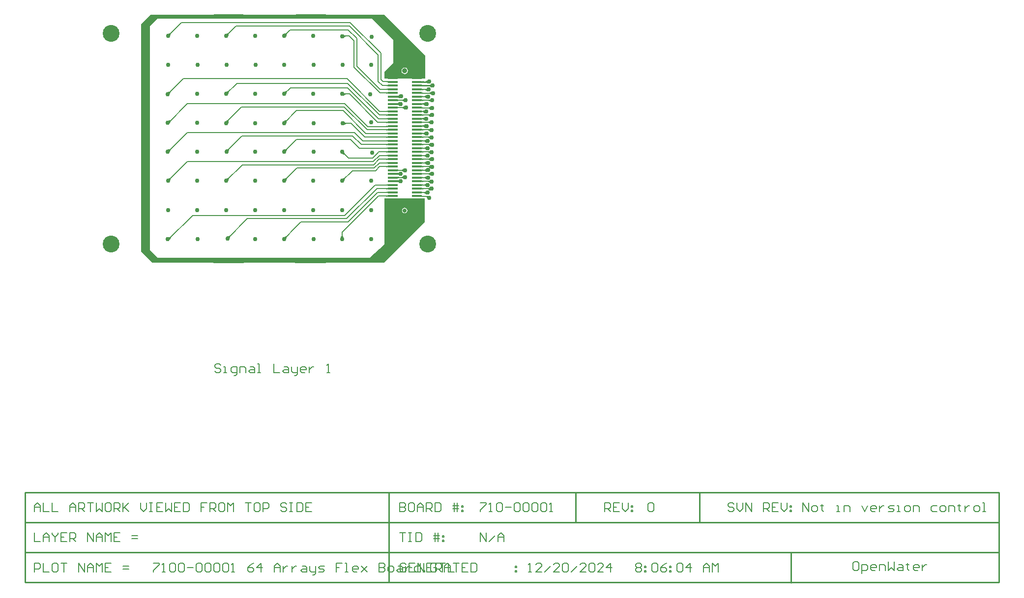
<source format=gtl>
G04*
G04 #@! TF.GenerationSoftware,Altium Limited,Altium Designer,24.3.1 (35)*
G04*
G04 Layer_Physical_Order=1*
G04 Layer_Color=255*
%FSAX25Y25*%
%MOIN*%
G70*
G04*
G04 #@! TF.SameCoordinates,FD1E8778-55F6-401F-AF26-4ACC28CE7946*
G04*
G04*
G04 #@! TF.FilePolarity,Positive*
G04*
G01*
G75*
%ADD11C,0.01000*%
%ADD13C,0.00600*%
%ADD14C,0.00800*%
%ADD16R,0.07874X0.09843*%
%ADD17R,0.07087X0.01378*%
%ADD24C,0.00400*%
%ADD25C,0.11417*%
%ADD26C,0.02756*%
%ADD27C,0.03543*%
%ADD28C,0.03000*%
G36*
X0217579Y0412272D02*
X0217526Y0412208D01*
X0217475Y0412122D01*
X0217425Y0412016D01*
X0217377Y0411889D01*
X0217331Y0411741D01*
X0217243Y0411381D01*
X0217161Y0410938D01*
X0217123Y0410685D01*
X0215426Y0412381D01*
X0215680Y0412419D01*
X0216482Y0412589D01*
X0216630Y0412635D01*
X0216758Y0412683D01*
X0216864Y0412733D01*
X0216949Y0412784D01*
X0217013Y0412838D01*
X0217579Y0412272D01*
D02*
G37*
G36*
X0178179Y0412172D02*
X0178126Y0412108D01*
X0178075Y0412022D01*
X0178025Y0411916D01*
X0177977Y0411789D01*
X0177930Y0411641D01*
X0177842Y0411281D01*
X0177761Y0410838D01*
X0177723Y0410585D01*
X0176026Y0412281D01*
X0176279Y0412319D01*
X0177082Y0412489D01*
X0177230Y0412535D01*
X0177358Y0412583D01*
X0177464Y0412633D01*
X0177549Y0412684D01*
X0177613Y0412738D01*
X0178179Y0412172D01*
D02*
G37*
G36*
X0138779D02*
X0138726Y0412108D01*
X0138675Y0412022D01*
X0138625Y0411916D01*
X0138577Y0411789D01*
X0138531Y0411641D01*
X0138443Y0411281D01*
X0138361Y0410838D01*
X0138323Y0410585D01*
X0136626Y0412281D01*
X0136880Y0412319D01*
X0137682Y0412489D01*
X0137830Y0412535D01*
X0137958Y0412583D01*
X0138064Y0412633D01*
X0138149Y0412684D01*
X0138213Y0412738D01*
X0138779Y0412172D01*
D02*
G37*
G36*
X0255995Y0411792D02*
X0256689Y0411380D01*
X0256828Y0411314D01*
X0256955Y0411262D01*
X0257067Y0411226D01*
X0257166Y0411203D01*
X0257252Y0411196D01*
X0257307Y0410396D01*
X0257227Y0410387D01*
X0257133Y0410362D01*
X0257025Y0410319D01*
X0256904Y0410258D01*
X0256768Y0410181D01*
X0256457Y0409974D01*
X0256091Y0409699D01*
X0255888Y0409535D01*
X0255788Y0411932D01*
X0255995Y0411792D01*
D02*
G37*
G36*
X0186708Y0425465D02*
X0187952D01*
X0187960Y0425453D01*
X0188291Y0425232D01*
X0188681Y0425154D01*
X0222994D01*
X0223384Y0425232D01*
X0223715Y0425453D01*
X0223724Y0425465D01*
X0231296D01*
X0243975D01*
X0243984Y0425453D01*
X0244314Y0425232D01*
X0244705Y0425154D01*
X0283657D01*
X0311379Y0397431D01*
X0311380Y0381732D01*
X0283700D01*
Y0386552D01*
X0283798Y0386650D01*
X0289680Y0392531D01*
Y0408032D01*
X0275180Y0422532D01*
X0129479D01*
X0124580Y0417631D01*
Y0265603D01*
X0129851Y0260332D01*
X0273692D01*
X0283648Y0269241D01*
X0283700Y0300427D01*
X0310902D01*
Y0284654D01*
X0283191Y0256943D01*
X0244418D01*
X0244027Y0256865D01*
X0243697Y0256644D01*
X0243688Y0256631D01*
X0223407D01*
X0223399Y0256644D01*
X0223068Y0256865D01*
X0222678Y0256943D01*
X0188840D01*
X0188450Y0256865D01*
X0188119Y0256644D01*
X0188110Y0256631D01*
X0167907D01*
X0167899Y0256644D01*
X0167568Y0256865D01*
X0167178Y0256943D01*
X0126268Y0256943D01*
X0118779Y0264432D01*
Y0418731D01*
X0125202Y0425154D01*
X0167378D01*
X0167768Y0425232D01*
X0168099Y0425453D01*
X0168107Y0425465D01*
X0186708D01*
D02*
G37*
G36*
X0309215Y0380361D02*
X0309245Y0380327D01*
X0309295Y0380297D01*
X0309365Y0380272D01*
X0309455Y0380250D01*
X0309565Y0380232D01*
X0309695Y0380219D01*
X0310015Y0380203D01*
X0310205Y0380201D01*
Y0379201D01*
X0310015Y0379199D01*
X0309455Y0379162D01*
X0309365Y0379144D01*
X0309295Y0379124D01*
X0309245Y0379100D01*
X0309215Y0379074D01*
X0309205Y0379044D01*
Y0380398D01*
X0309215Y0380361D01*
D02*
G37*
G36*
X0285607Y0379044D02*
X0285600Y0379117D01*
X0285579Y0379183D01*
X0285544Y0379241D01*
X0285494Y0379291D01*
X0285430Y0379334D01*
X0285352Y0379368D01*
X0285260Y0379395D01*
X0285154Y0379415D01*
X0285034Y0379426D01*
X0284899Y0379430D01*
Y0380230D01*
X0285034Y0380232D01*
X0285352Y0380257D01*
X0285430Y0380272D01*
X0285494Y0380291D01*
X0285544Y0380312D01*
X0285579Y0380338D01*
X0285600Y0380366D01*
X0285607Y0380398D01*
Y0379044D01*
D02*
G37*
G36*
X0313109Y0378552D02*
X0312928Y0378675D01*
X0312437Y0378967D01*
X0312290Y0379039D01*
X0312152Y0379097D01*
X0312023Y0379142D01*
X0311902Y0379175D01*
X0311790Y0379194D01*
X0311686Y0379201D01*
X0311630Y0380201D01*
X0311729Y0380208D01*
X0311836Y0380231D01*
X0311953Y0380268D01*
X0312079Y0380321D01*
X0312214Y0380388D01*
X0312359Y0380470D01*
X0312676Y0380680D01*
X0313030Y0380949D01*
X0313109Y0378552D01*
D02*
G37*
G36*
X0309215Y0377843D02*
X0309245Y0377793D01*
X0309295Y0377750D01*
X0309365Y0377712D01*
X0309455Y0377680D01*
X0309565Y0377654D01*
X0309695Y0377633D01*
X0309845Y0377619D01*
X0310205Y0377607D01*
Y0376607D01*
X0310015Y0376607D01*
X0309215Y0376556D01*
X0309205Y0376544D01*
Y0377898D01*
X0309215Y0377843D01*
D02*
G37*
G36*
X0285607Y0376544D02*
X0285599Y0376583D01*
X0285575Y0376617D01*
X0285535Y0376647D01*
X0285479Y0376674D01*
X0285407Y0376696D01*
X0285319Y0376714D01*
X0285215Y0376728D01*
X0284959Y0376744D01*
X0284807Y0376746D01*
Y0377546D01*
X0284959Y0377550D01*
X0285095Y0377560D01*
X0285215Y0377578D01*
X0285319Y0377603D01*
X0285407Y0377634D01*
X0285479Y0377673D01*
X0285535Y0377719D01*
X0285575Y0377771D01*
X0285599Y0377831D01*
X0285607Y0377898D01*
Y0376544D01*
D02*
G37*
G36*
X0315489Y0375899D02*
X0315307Y0376034D01*
X0314816Y0376352D01*
X0314670Y0376430D01*
X0314534Y0376494D01*
X0314406Y0376543D01*
X0314288Y0376579D01*
X0314178Y0376600D01*
X0314078Y0376607D01*
X0314088Y0377607D01*
X0314189Y0377614D01*
X0314299Y0377635D01*
X0314418Y0377669D01*
X0314547Y0377718D01*
X0314684Y0377780D01*
X0314830Y0377856D01*
X0315148Y0378049D01*
X0315503Y0378298D01*
X0315489Y0375899D01*
D02*
G37*
G36*
X0285607Y0374044D02*
X0285599Y0374078D01*
X0285575Y0374108D01*
X0285535Y0374134D01*
X0285479Y0374157D01*
X0285407Y0374177D01*
X0285319Y0374193D01*
X0285215Y0374205D01*
X0284959Y0374219D01*
X0284807Y0374221D01*
Y0375021D01*
X0284959Y0375025D01*
X0285095Y0375036D01*
X0285215Y0375055D01*
X0285319Y0375081D01*
X0285407Y0375115D01*
X0285479Y0375157D01*
X0285535Y0375206D01*
X0285575Y0375262D01*
X0285599Y0375326D01*
X0285607Y0375398D01*
Y0374044D01*
D02*
G37*
G36*
X0309202Y0375148D02*
X0309227Y0375080D01*
X0309268Y0375020D01*
X0309325Y0374968D01*
X0309398Y0374924D01*
X0309488Y0374888D01*
X0309593Y0374860D01*
X0309714Y0374840D01*
X0309852Y0374828D01*
X0310005Y0374824D01*
Y0374024D01*
X0309205Y0374044D01*
X0309193Y0375224D01*
X0309202Y0375148D01*
D02*
G37*
G36*
X0312892Y0373224D02*
X0312686Y0373376D01*
X0311998Y0373824D01*
X0311861Y0373896D01*
X0311737Y0373952D01*
X0311626Y0373992D01*
X0311530Y0374016D01*
X0311447Y0374024D01*
Y0374824D01*
X0311530Y0374832D01*
X0311626Y0374856D01*
X0311737Y0374896D01*
X0311861Y0374952D01*
X0311998Y0375024D01*
X0312315Y0375216D01*
X0312686Y0375471D01*
X0312892Y0375623D01*
Y0373224D01*
D02*
G37*
G36*
X0309202Y0372691D02*
X0309227Y0372623D01*
X0309268Y0372563D01*
X0309325Y0372511D01*
X0309398Y0372467D01*
X0309488Y0372431D01*
X0309593Y0372403D01*
X0309714Y0372383D01*
X0309852Y0372371D01*
X0310005Y0372367D01*
Y0371567D01*
X0309205Y0371544D01*
X0309193Y0372767D01*
X0309202Y0372691D01*
D02*
G37*
G36*
X0285607Y0371544D02*
X0285600Y0371578D01*
X0285579Y0371608D01*
X0285544Y0371634D01*
X0285494Y0371657D01*
X0285430Y0371677D01*
X0285352Y0371693D01*
X0285260Y0371705D01*
X0285034Y0371719D01*
X0284899Y0371721D01*
Y0372521D01*
X0285034Y0372525D01*
X0285154Y0372536D01*
X0285260Y0372555D01*
X0285352Y0372581D01*
X0285430Y0372615D01*
X0285494Y0372657D01*
X0285544Y0372706D01*
X0285579Y0372762D01*
X0285600Y0372827D01*
X0285607Y0372898D01*
Y0371544D01*
D02*
G37*
G36*
X0217479Y0372772D02*
X0217426Y0372708D01*
X0217375Y0372622D01*
X0217325Y0372516D01*
X0217277Y0372389D01*
X0217231Y0372241D01*
X0217143Y0371881D01*
X0217061Y0371438D01*
X0217023Y0371185D01*
X0215326Y0372881D01*
X0215580Y0372919D01*
X0216382Y0373089D01*
X0216530Y0373135D01*
X0216658Y0373183D01*
X0216764Y0373233D01*
X0216849Y0373285D01*
X0216913Y0373338D01*
X0217479Y0372772D01*
D02*
G37*
G36*
X0178179D02*
X0178126Y0372708D01*
X0178075Y0372622D01*
X0178025Y0372516D01*
X0177977Y0372389D01*
X0177930Y0372241D01*
X0177842Y0371881D01*
X0177761Y0371438D01*
X0177723Y0371185D01*
X0176026Y0372881D01*
X0176279Y0372919D01*
X0177082Y0373089D01*
X0177230Y0373135D01*
X0177358Y0373183D01*
X0177464Y0373233D01*
X0177549Y0373285D01*
X0177613Y0373338D01*
X0178179Y0372772D01*
D02*
G37*
G36*
X0138611Y0372604D02*
X0138555Y0372537D01*
X0138499Y0372451D01*
X0138443Y0372346D01*
X0138388Y0372221D01*
X0138334Y0372077D01*
X0138226Y0371731D01*
X0138121Y0371306D01*
X0138069Y0371065D01*
X0136481Y0372863D01*
X0136743Y0372886D01*
X0137570Y0373008D01*
X0137721Y0373046D01*
X0137850Y0373087D01*
X0137957Y0373131D01*
X0138041Y0373178D01*
X0138103Y0373228D01*
X0138611Y0372604D01*
D02*
G37*
G36*
X0315699Y0370768D02*
X0315493Y0370920D01*
X0314806Y0371368D01*
X0314668Y0371439D01*
X0314544Y0371495D01*
X0314434Y0371535D01*
X0314337Y0371559D01*
X0314254Y0371567D01*
Y0372367D01*
X0314337Y0372375D01*
X0314434Y0372399D01*
X0314544Y0372439D01*
X0314668Y0372495D01*
X0314806Y0372567D01*
X0315122Y0372759D01*
X0315493Y0373015D01*
X0315699Y0373167D01*
Y0370768D01*
D02*
G37*
G36*
X0293979Y0368532D02*
X0293773Y0368684D01*
X0293085Y0369132D01*
X0292948Y0369204D01*
X0292846Y0369249D01*
X0292798Y0369228D01*
X0292742Y0369191D01*
X0292702Y0369148D01*
X0292678Y0369099D01*
X0292670Y0369044D01*
Y0369310D01*
X0292617Y0369323D01*
X0292534Y0369332D01*
Y0370131D01*
X0292617Y0370140D01*
X0292670Y0370153D01*
Y0370398D01*
X0292678Y0370347D01*
X0292702Y0370302D01*
X0292742Y0370262D01*
X0292798Y0370228D01*
X0292839Y0370211D01*
X0292948Y0370259D01*
X0293085Y0370331D01*
X0293402Y0370523D01*
X0293773Y0370779D01*
X0293979Y0370931D01*
Y0368532D01*
D02*
G37*
G36*
X0256044Y0372444D02*
X0256732Y0371996D01*
X0256870Y0371924D01*
X0256994Y0371868D01*
X0257104Y0371828D01*
X0257200Y0371804D01*
X0257283Y0371796D01*
Y0370996D01*
X0257200Y0370988D01*
X0257104Y0370964D01*
X0256994Y0370924D01*
X0256870Y0370868D01*
X0256732Y0370796D01*
X0256416Y0370604D01*
X0256044Y0370349D01*
X0255838Y0370197D01*
Y0372596D01*
X0256044Y0372444D01*
D02*
G37*
G36*
X0309213Y0370332D02*
X0309237Y0370273D01*
X0309277Y0370220D01*
X0309333Y0370175D01*
X0309405Y0370137D01*
X0309493Y0370105D01*
X0309597Y0370081D01*
X0309717Y0370064D01*
X0309853Y0370053D01*
X0310005Y0370050D01*
Y0369250D01*
X0309853Y0369248D01*
X0309493Y0369217D01*
X0309405Y0369198D01*
X0309333Y0369176D01*
X0309277Y0369149D01*
X0309237Y0369118D01*
X0309213Y0369083D01*
X0309205Y0369044D01*
Y0370398D01*
X0309213Y0370332D01*
D02*
G37*
G36*
X0312304Y0368450D02*
X0312098Y0368602D01*
X0311410Y0369050D01*
X0311273Y0369122D01*
X0311149Y0369178D01*
X0311038Y0369218D01*
X0310942Y0369242D01*
X0310859Y0369250D01*
Y0370050D01*
X0310942Y0370058D01*
X0311038Y0370082D01*
X0311149Y0370122D01*
X0311273Y0370178D01*
X0311410Y0370250D01*
X0311727Y0370441D01*
X0312098Y0370697D01*
X0312304Y0370849D01*
Y0368450D01*
D02*
G37*
G36*
X0309213Y0367827D02*
X0309237Y0367764D01*
X0309277Y0367708D01*
X0309333Y0367660D01*
X0309405Y0367619D01*
X0309493Y0367585D01*
X0309597Y0367560D01*
X0309717Y0367541D01*
X0309853Y0367530D01*
X0310005Y0367526D01*
Y0366726D01*
X0309853Y0366724D01*
X0309493Y0366697D01*
X0309405Y0366681D01*
X0309333Y0366660D01*
X0309277Y0366637D01*
X0309237Y0366610D01*
X0309213Y0366579D01*
X0309205Y0366544D01*
Y0367898D01*
X0309213Y0367827D01*
D02*
G37*
G36*
X0292678Y0367844D02*
X0292702Y0367795D01*
X0292742Y0367752D01*
X0292798Y0367715D01*
X0292870Y0367683D01*
X0292958Y0367657D01*
X0293062Y0367637D01*
X0293182Y0367623D01*
X0293318Y0367614D01*
X0293470Y0367611D01*
Y0366811D01*
X0293318Y0366809D01*
X0293062Y0366787D01*
X0292958Y0366769D01*
X0292870Y0366744D01*
X0292798Y0366715D01*
X0292742Y0366680D01*
X0292702Y0366640D01*
X0292678Y0366595D01*
X0292670Y0366544D01*
Y0367898D01*
X0292678Y0367844D01*
D02*
G37*
G36*
X0297106Y0365932D02*
X0296904Y0366099D01*
X0296230Y0366591D01*
X0296096Y0366671D01*
X0295975Y0366732D01*
X0295868Y0366776D01*
X0295775Y0366802D01*
X0295695Y0366811D01*
X0295768Y0367611D01*
X0295854Y0367618D01*
X0295954Y0367640D01*
X0296068Y0367676D01*
X0296194Y0367726D01*
X0296334Y0367790D01*
X0296655Y0367962D01*
X0297029Y0368191D01*
X0297237Y0368327D01*
X0297106Y0365932D01*
D02*
G37*
G36*
X0315150Y0365930D02*
X0314944Y0366081D01*
X0314256Y0366527D01*
X0314118Y0366599D01*
X0313994Y0366654D01*
X0313883Y0366694D01*
X0313787Y0366718D01*
X0313704Y0366726D01*
X0313701Y0367526D01*
X0313784Y0367534D01*
X0313880Y0367558D01*
X0313990Y0367598D01*
X0314114Y0367654D01*
X0314252Y0367727D01*
X0314568Y0367919D01*
X0314939Y0368176D01*
X0315145Y0368328D01*
X0315150Y0365930D01*
D02*
G37*
G36*
X0311266Y0363396D02*
X0311062Y0363557D01*
X0310382Y0364031D01*
X0310246Y0364107D01*
X0310124Y0364167D01*
X0310016Y0364209D01*
X0309921Y0364235D01*
X0309858Y0364241D01*
X0309853Y0364241D01*
X0309493Y0364211D01*
X0309405Y0364193D01*
X0309333Y0364172D01*
X0309277Y0364146D01*
X0309237Y0364116D01*
X0309213Y0364082D01*
X0309205Y0364044D01*
Y0365398D01*
X0309213Y0365331D01*
X0309237Y0365270D01*
X0309277Y0365217D01*
X0309333Y0365171D01*
X0309405Y0365132D01*
X0309493Y0365100D01*
X0309597Y0365075D01*
X0309717Y0365057D01*
X0309853Y0365047D01*
X0309909Y0365045D01*
X0309968Y0365051D01*
X0310067Y0365073D01*
X0310179Y0365111D01*
X0310305Y0365163D01*
X0310444Y0365231D01*
X0310763Y0365411D01*
X0311137Y0365651D01*
X0311344Y0365793D01*
X0311266Y0363396D01*
D02*
G37*
G36*
X0293573Y0363460D02*
X0292088Y0364460D01*
Y0364860D01*
X0292130Y0364870D01*
X0292197Y0364900D01*
X0292286Y0364950D01*
X0292537Y0365110D01*
X0293573Y0365859D01*
Y0363460D01*
D02*
G37*
G36*
X0309202Y0362709D02*
X0309227Y0362641D01*
X0309268Y0362581D01*
X0309325Y0362529D01*
X0309398Y0362485D01*
X0309488Y0362449D01*
X0309593Y0362421D01*
X0309714Y0362401D01*
X0309852Y0362389D01*
X0310005Y0362385D01*
Y0361585D01*
X0309205Y0361544D01*
X0309193Y0362785D01*
X0309202Y0362709D01*
D02*
G37*
G36*
X0292678Y0362848D02*
X0292702Y0362803D01*
X0292742Y0362764D01*
X0292798Y0362729D01*
X0292870Y0362700D01*
X0292958Y0362677D01*
X0293062Y0362658D01*
X0293182Y0362645D01*
X0293470Y0362634D01*
Y0361834D01*
X0293318Y0361831D01*
X0293062Y0361808D01*
X0292958Y0361788D01*
X0292870Y0361762D01*
X0292798Y0361730D01*
X0292742Y0361692D01*
X0292702Y0361649D01*
X0292678Y0361599D01*
X0292670Y0361544D01*
Y0362898D01*
X0292678Y0362848D01*
D02*
G37*
G36*
X0297281Y0361043D02*
X0297075Y0361193D01*
X0296387Y0361636D01*
X0296249Y0361708D01*
X0296124Y0361763D01*
X0296014Y0361803D01*
X0295917Y0361826D01*
X0295833Y0361834D01*
X0295826Y0362634D01*
X0295909Y0362642D01*
X0296005Y0362667D01*
X0296115Y0362707D01*
X0296239Y0362764D01*
X0296376Y0362836D01*
X0296692Y0363030D01*
X0297062Y0363289D01*
X0297268Y0363442D01*
X0297281Y0361043D01*
D02*
G37*
G36*
X0314958Y0360703D02*
X0314756Y0360871D01*
X0314083Y0361365D01*
X0313948Y0361444D01*
X0313828Y0361506D01*
X0313721Y0361550D01*
X0313628Y0361576D01*
X0313549Y0361585D01*
X0313624Y0362385D01*
X0313711Y0362392D01*
X0313811Y0362414D01*
X0313924Y0362449D01*
X0314051Y0362499D01*
X0314191Y0362563D01*
X0314512Y0362734D01*
X0314886Y0362962D01*
X0315094Y0363098D01*
X0314958Y0360703D01*
D02*
G37*
G36*
X0310970Y0358309D02*
X0310768Y0358476D01*
X0310094Y0358969D01*
X0309960Y0359048D01*
X0309840Y0359109D01*
X0309733Y0359154D01*
X0309665Y0359173D01*
X0309405Y0359153D01*
X0309333Y0359137D01*
X0309277Y0359118D01*
X0309237Y0359096D01*
X0309213Y0359072D01*
X0309205Y0359044D01*
X0309193Y0360389D01*
X0309202Y0360313D01*
X0309227Y0360245D01*
X0309268Y0360185D01*
X0309325Y0360133D01*
X0309398Y0360089D01*
X0309487Y0360053D01*
X0309593Y0360025D01*
X0309714Y0360005D01*
X0309747Y0360002D01*
X0309820Y0360017D01*
X0309933Y0360053D01*
X0310060Y0360103D01*
X0310200Y0360168D01*
X0310521Y0360339D01*
X0310895Y0360568D01*
X0311102Y0360704D01*
X0310970Y0358309D01*
D02*
G37*
G36*
X0285607Y0359044D02*
X0285599Y0359078D01*
X0285575Y0359108D01*
X0285535Y0359134D01*
X0285479Y0359157D01*
X0285407Y0359177D01*
X0285319Y0359193D01*
X0285215Y0359205D01*
X0284959Y0359219D01*
X0284807Y0359221D01*
Y0360021D01*
X0284959Y0360025D01*
X0285095Y0360036D01*
X0285215Y0360055D01*
X0285319Y0360081D01*
X0285407Y0360115D01*
X0285479Y0360157D01*
X0285535Y0360206D01*
X0285575Y0360262D01*
X0285599Y0360327D01*
X0285607Y0360398D01*
Y0359044D01*
D02*
G37*
G36*
X0309213Y0357823D02*
X0309237Y0357755D01*
X0309277Y0357695D01*
X0309333Y0357644D01*
X0309405Y0357600D01*
X0309493Y0357564D01*
X0309597Y0357537D01*
X0309717Y0357517D01*
X0309853Y0357505D01*
X0310005Y0357501D01*
Y0356701D01*
X0309853Y0356699D01*
X0309493Y0356676D01*
X0309405Y0356662D01*
X0309333Y0356644D01*
X0309277Y0356624D01*
X0309237Y0356600D01*
X0309213Y0356574D01*
X0309205Y0356544D01*
Y0357898D01*
X0309213Y0357823D01*
D02*
G37*
G36*
X0285607Y0356544D02*
X0285599Y0356578D01*
X0285575Y0356608D01*
X0285535Y0356634D01*
X0285479Y0356657D01*
X0285407Y0356677D01*
X0285319Y0356693D01*
X0285215Y0356705D01*
X0284959Y0356719D01*
X0284807Y0356721D01*
Y0357521D01*
X0284959Y0357525D01*
X0285095Y0357536D01*
X0285215Y0357555D01*
X0285319Y0357581D01*
X0285407Y0357615D01*
X0285479Y0357657D01*
X0285535Y0357706D01*
X0285575Y0357762D01*
X0285599Y0357826D01*
X0285607Y0357898D01*
Y0356544D01*
D02*
G37*
G36*
X0314936Y0355889D02*
X0314730Y0356043D01*
X0314044Y0356498D01*
X0313907Y0356571D01*
X0313784Y0356628D01*
X0313674Y0356668D01*
X0313578Y0356693D01*
X0313495Y0356701D01*
X0313507Y0357501D01*
X0313590Y0357509D01*
X0313687Y0357532D01*
X0313798Y0357572D01*
X0313923Y0357627D01*
X0314061Y0357697D01*
X0314378Y0357886D01*
X0314750Y0358138D01*
X0314956Y0358287D01*
X0314936Y0355889D01*
D02*
G37*
G36*
X0311147Y0353392D02*
X0310943Y0353553D01*
X0310263Y0354029D01*
X0310128Y0354105D01*
X0310006Y0354165D01*
X0309897Y0354207D01*
X0309803Y0354233D01*
X0309790Y0354234D01*
X0309493Y0354209D01*
X0309405Y0354192D01*
X0309333Y0354170D01*
X0309277Y0354145D01*
X0309237Y0354115D01*
X0309213Y0354082D01*
X0309205Y0354044D01*
Y0355398D01*
X0309213Y0355330D01*
X0309237Y0355270D01*
X0309277Y0355216D01*
X0309333Y0355170D01*
X0309405Y0355130D01*
X0309493Y0355098D01*
X0309597Y0355073D01*
X0309717Y0355055D01*
X0309829Y0355047D01*
X0309851Y0355048D01*
X0309950Y0355071D01*
X0310062Y0355108D01*
X0310188Y0355161D01*
X0310327Y0355228D01*
X0310647Y0355408D01*
X0311020Y0355647D01*
X0311227Y0355790D01*
X0311147Y0353392D01*
D02*
G37*
G36*
X0285607Y0354044D02*
X0285599Y0354078D01*
X0285575Y0354108D01*
X0285535Y0354134D01*
X0285479Y0354157D01*
X0285407Y0354177D01*
X0285319Y0354193D01*
X0285215Y0354205D01*
X0284959Y0354219D01*
X0284807Y0354221D01*
Y0355021D01*
X0284959Y0355025D01*
X0285095Y0355036D01*
X0285215Y0355055D01*
X0285319Y0355081D01*
X0285407Y0355115D01*
X0285479Y0355157D01*
X0285535Y0355206D01*
X0285575Y0355262D01*
X0285599Y0355327D01*
X0285607Y0355398D01*
Y0354044D01*
D02*
G37*
G36*
X0178087Y0353374D02*
X0178043Y0353315D01*
X0178004Y0353232D01*
X0177971Y0353126D01*
X0177944Y0352995D01*
X0177922Y0352842D01*
X0177896Y0352463D01*
X0177892Y0351990D01*
X0177899Y0351718D01*
X0175934Y0353093D01*
X0176147Y0353165D01*
X0176839Y0353442D01*
X0176973Y0353509D01*
X0177194Y0353642D01*
X0177281Y0353706D01*
X0177352Y0353770D01*
X0178087Y0353374D01*
D02*
G37*
G36*
X0217625Y0353218D02*
X0217577Y0353156D01*
X0217532Y0353072D01*
X0217490Y0352965D01*
X0217452Y0352836D01*
X0217418Y0352684D01*
X0217359Y0352312D01*
X0217315Y0351850D01*
X0217298Y0351585D01*
X0215462Y0353129D01*
X0215698Y0353186D01*
X0216454Y0353414D01*
X0216597Y0353471D01*
X0216825Y0353587D01*
X0216911Y0353644D01*
X0216978Y0353702D01*
X0217625Y0353218D01*
D02*
G37*
G36*
X0138811Y0353104D02*
X0138755Y0353037D01*
X0138699Y0352952D01*
X0138643Y0352846D01*
X0138588Y0352721D01*
X0138534Y0352577D01*
X0138426Y0352231D01*
X0138321Y0351806D01*
X0138269Y0351565D01*
X0136681Y0353363D01*
X0136943Y0353386D01*
X0137770Y0353508D01*
X0137921Y0353546D01*
X0138050Y0353587D01*
X0138157Y0353631D01*
X0138241Y0353678D01*
X0138303Y0353728D01*
X0138811Y0353104D01*
D02*
G37*
G36*
X0309213Y0352845D02*
X0309237Y0352797D01*
X0309277Y0352754D01*
X0309333Y0352718D01*
X0309405Y0352687D01*
X0309493Y0352661D01*
X0309597Y0352642D01*
X0309717Y0352627D01*
X0309853Y0352619D01*
X0310005Y0352616D01*
Y0351816D01*
X0309853Y0351814D01*
X0309597Y0351792D01*
X0309493Y0351773D01*
X0309405Y0351748D01*
X0309333Y0351718D01*
X0309277Y0351683D01*
X0309237Y0351642D01*
X0309213Y0351596D01*
X0309205Y0351544D01*
Y0352898D01*
X0309213Y0352845D01*
D02*
G37*
G36*
X0285607Y0351544D02*
X0285599Y0351578D01*
X0285575Y0351608D01*
X0285535Y0351634D01*
X0285479Y0351657D01*
X0285407Y0351677D01*
X0285319Y0351693D01*
X0285215Y0351705D01*
X0284959Y0351719D01*
X0284807Y0351721D01*
Y0352521D01*
X0284959Y0352525D01*
X0285095Y0352536D01*
X0285215Y0352555D01*
X0285319Y0352581D01*
X0285407Y0352615D01*
X0285479Y0352657D01*
X0285535Y0352706D01*
X0285575Y0352762D01*
X0285599Y0352826D01*
X0285607Y0352898D01*
Y0351544D01*
D02*
G37*
G36*
X0314896Y0351077D02*
X0314689Y0351218D01*
X0313995Y0351631D01*
X0313856Y0351698D01*
X0313730Y0351750D01*
X0313617Y0351787D01*
X0313518Y0351809D01*
X0313433Y0351816D01*
X0313380Y0352616D01*
X0313460Y0352625D01*
X0313555Y0352650D01*
X0313663Y0352693D01*
X0313784Y0352753D01*
X0313919Y0352831D01*
X0314231Y0353036D01*
X0314597Y0353311D01*
X0314801Y0353474D01*
X0314896Y0351077D01*
D02*
G37*
G36*
X0256307Y0352515D02*
X0256994Y0352067D01*
X0257132Y0351995D01*
X0257256Y0351939D01*
X0257366Y0351899D01*
X0257463Y0351875D01*
X0257546Y0351867D01*
Y0351067D01*
X0257463Y0351059D01*
X0257366Y0351035D01*
X0257256Y0350995D01*
X0257132Y0350939D01*
X0256994Y0350868D01*
X0256678Y0350676D01*
X0256307Y0350420D01*
X0256101Y0350268D01*
Y0352667D01*
X0256307Y0352515D01*
D02*
G37*
G36*
X0311305Y0348497D02*
X0311100Y0348651D01*
X0310414Y0349103D01*
X0310276Y0349176D01*
X0310153Y0349233D01*
X0310043Y0349273D01*
X0309947Y0349298D01*
X0309885Y0349304D01*
X0309853Y0349303D01*
X0309597Y0349282D01*
X0309493Y0349264D01*
X0309405Y0349240D01*
X0309333Y0349212D01*
X0309277Y0349178D01*
X0309237Y0349138D01*
X0309213Y0349094D01*
X0309205Y0349044D01*
Y0350398D01*
X0309213Y0350342D01*
X0309237Y0350293D01*
X0309277Y0350249D01*
X0309333Y0350211D01*
X0309405Y0350179D01*
X0309493Y0350153D01*
X0309597Y0350132D01*
X0309717Y0350117D01*
X0309853Y0350109D01*
X0309895Y0350108D01*
X0309956Y0350114D01*
X0310053Y0350137D01*
X0310163Y0350177D01*
X0310288Y0350232D01*
X0310426Y0350303D01*
X0310743Y0350493D01*
X0311115Y0350746D01*
X0311321Y0350896D01*
X0311305Y0348497D01*
D02*
G37*
G36*
X0285607Y0349044D02*
X0285599Y0349034D01*
X0285575Y0349025D01*
X0285535Y0349017D01*
X0285479Y0349009D01*
X0285319Y0348999D01*
X0284807Y0348990D01*
Y0349790D01*
X0284959Y0349794D01*
X0285095Y0349806D01*
X0285215Y0349826D01*
X0285319Y0349854D01*
X0285407Y0349890D01*
X0285479Y0349934D01*
X0285535Y0349986D01*
X0285575Y0350046D01*
X0285599Y0350114D01*
X0285607Y0350190D01*
Y0349044D01*
D02*
G37*
G36*
X0309202Y0347800D02*
X0309227Y0347732D01*
X0309268Y0347673D01*
X0309325Y0347621D01*
X0309398Y0347576D01*
X0309487Y0347540D01*
X0309593Y0347513D01*
X0309714Y0347493D01*
X0309852Y0347481D01*
X0310005Y0347477D01*
Y0346676D01*
X0309853Y0346675D01*
X0309405Y0346643D01*
X0309333Y0346629D01*
X0309277Y0346612D01*
X0309237Y0346592D01*
X0309213Y0346569D01*
X0309205Y0346544D01*
X0309193Y0347877D01*
X0309202Y0347800D01*
D02*
G37*
G36*
X0285607Y0346544D02*
X0285599Y0346578D01*
X0285575Y0346608D01*
X0285535Y0346634D01*
X0285479Y0346657D01*
X0285407Y0346677D01*
X0285319Y0346693D01*
X0285215Y0346705D01*
X0284959Y0346719D01*
X0284807Y0346721D01*
Y0347521D01*
X0284959Y0347525D01*
X0285095Y0347536D01*
X0285215Y0347555D01*
X0285319Y0347581D01*
X0285407Y0347615D01*
X0285479Y0347657D01*
X0285535Y0347706D01*
X0285575Y0347762D01*
X0285599Y0347827D01*
X0285607Y0347898D01*
Y0346544D01*
D02*
G37*
G36*
X0314806Y0345849D02*
X0314601Y0346007D01*
X0313917Y0346470D01*
X0313781Y0346544D01*
X0313658Y0346602D01*
X0313549Y0346643D01*
X0313453Y0346668D01*
X0313372Y0346676D01*
X0313396Y0347477D01*
X0313480Y0347484D01*
X0313578Y0347507D01*
X0313689Y0347546D01*
X0313814Y0347600D01*
X0313953Y0347669D01*
X0314271Y0347854D01*
X0314644Y0348101D01*
X0314851Y0348248D01*
X0314806Y0345849D01*
D02*
G37*
G36*
X0311357Y0343377D02*
X0311154Y0343539D01*
X0310475Y0344018D01*
X0310340Y0344095D01*
X0310218Y0344155D01*
X0310110Y0344197D01*
X0310016Y0344223D01*
X0309942Y0344231D01*
X0309853Y0344230D01*
X0309493Y0344202D01*
X0309405Y0344185D01*
X0309333Y0344164D01*
X0309277Y0344140D01*
X0309237Y0344112D01*
X0309213Y0344080D01*
X0309205Y0344044D01*
Y0345398D01*
X0309213Y0345328D01*
X0309237Y0345266D01*
X0309277Y0345211D01*
X0309333Y0345163D01*
X0309405Y0345123D01*
X0309493Y0345090D01*
X0309597Y0345064D01*
X0309717Y0345046D01*
X0309853Y0345035D01*
X0309989Y0345032D01*
X0310070Y0345039D01*
X0310169Y0345061D01*
X0310281Y0345098D01*
X0310407Y0345150D01*
X0310546Y0345217D01*
X0310866Y0345395D01*
X0311240Y0345633D01*
X0311447Y0345774D01*
X0311357Y0343377D01*
D02*
G37*
G36*
X0285607Y0344044D02*
X0285599Y0344078D01*
X0285575Y0344108D01*
X0285535Y0344134D01*
X0285479Y0344157D01*
X0285407Y0344177D01*
X0285319Y0344193D01*
X0285215Y0344205D01*
X0284959Y0344219D01*
X0284807Y0344221D01*
Y0345021D01*
X0284959Y0345025D01*
X0285095Y0345036D01*
X0285215Y0345055D01*
X0285319Y0345081D01*
X0285407Y0345115D01*
X0285479Y0345157D01*
X0285535Y0345206D01*
X0285575Y0345262D01*
X0285599Y0345326D01*
X0285607Y0345398D01*
Y0344044D01*
D02*
G37*
G36*
X0309202Y0342808D02*
X0309227Y0342740D01*
X0309268Y0342680D01*
X0309325Y0342628D01*
X0309398Y0342584D01*
X0309487Y0342548D01*
X0309593Y0342520D01*
X0309714Y0342500D01*
X0309852Y0342488D01*
X0310005Y0342484D01*
Y0341684D01*
X0309853Y0341683D01*
X0309405Y0341649D01*
X0309333Y0341634D01*
X0309277Y0341616D01*
X0309237Y0341595D01*
X0309213Y0341571D01*
X0309205Y0341544D01*
X0309193Y0342884D01*
X0309202Y0342808D01*
D02*
G37*
G36*
X0285607Y0341544D02*
X0285599Y0341571D01*
X0285575Y0341596D01*
X0285535Y0341618D01*
X0285479Y0341636D01*
X0285407Y0341652D01*
X0285319Y0341665D01*
X0285095Y0341683D01*
X0284807Y0341688D01*
Y0342488D01*
X0284959Y0342492D01*
X0285095Y0342504D01*
X0285215Y0342524D01*
X0285319Y0342552D01*
X0285407Y0342588D01*
X0285479Y0342632D01*
X0285535Y0342684D01*
X0285575Y0342744D01*
X0285599Y0342812D01*
X0285607Y0342888D01*
Y0341544D01*
D02*
G37*
G36*
X0314751Y0340862D02*
X0314546Y0341018D01*
X0313861Y0341478D01*
X0313725Y0341552D01*
X0313602Y0341610D01*
X0313492Y0341651D01*
X0313397Y0341676D01*
X0313315Y0341684D01*
X0313335Y0342484D01*
X0313419Y0342492D01*
X0313516Y0342515D01*
X0313628Y0342554D01*
X0313753Y0342608D01*
X0313891Y0342678D01*
X0314209Y0342864D01*
X0314581Y0343113D01*
X0314788Y0343260D01*
X0314751Y0340862D01*
D02*
G37*
G36*
X0309213Y0340330D02*
X0309237Y0340269D01*
X0309277Y0340215D01*
X0309333Y0340168D01*
X0309405Y0340129D01*
X0309493Y0340096D01*
X0309597Y0340071D01*
X0309717Y0340053D01*
X0309853Y0340043D01*
X0310005Y0340039D01*
Y0339239D01*
X0309853Y0339237D01*
X0309493Y0339208D01*
X0309405Y0339190D01*
X0309333Y0339169D01*
X0309277Y0339144D01*
X0309237Y0339114D01*
X0309213Y0339081D01*
X0309205Y0339044D01*
Y0340398D01*
X0309213Y0340330D01*
D02*
G37*
G36*
X0285607Y0339044D02*
X0285599Y0339078D01*
X0285575Y0339108D01*
X0285535Y0339134D01*
X0285479Y0339157D01*
X0285407Y0339177D01*
X0285319Y0339193D01*
X0285215Y0339205D01*
X0284959Y0339219D01*
X0284807Y0339221D01*
Y0340021D01*
X0284959Y0340025D01*
X0285095Y0340036D01*
X0285215Y0340055D01*
X0285319Y0340081D01*
X0285407Y0340115D01*
X0285479Y0340157D01*
X0285535Y0340206D01*
X0285575Y0340262D01*
X0285599Y0340326D01*
X0285607Y0340398D01*
Y0339044D01*
D02*
G37*
G36*
X0311890Y0338294D02*
X0311692Y0338474D01*
X0311035Y0339003D01*
X0310905Y0339088D01*
X0310788Y0339154D01*
X0310684Y0339201D01*
X0310593Y0339230D01*
X0310516Y0339239D01*
X0310653Y0340039D01*
X0310743Y0340045D01*
X0310845Y0340065D01*
X0310961Y0340097D01*
X0311090Y0340142D01*
X0311386Y0340270D01*
X0311553Y0340353D01*
X0312134Y0340681D01*
X0311890Y0338294D01*
D02*
G37*
G36*
X0309202Y0337796D02*
X0309227Y0337728D01*
X0309268Y0337668D01*
X0309325Y0337616D01*
X0309398Y0337572D01*
X0309487Y0337536D01*
X0309593Y0337508D01*
X0309714Y0337488D01*
X0309852Y0337476D01*
X0310005Y0337472D01*
Y0336672D01*
X0309853Y0336671D01*
X0309405Y0336640D01*
X0309333Y0336626D01*
X0309277Y0336609D01*
X0309237Y0336590D01*
X0309213Y0336568D01*
X0309205Y0336544D01*
X0309193Y0337872D01*
X0309202Y0337796D01*
D02*
G37*
G36*
X0285607Y0336544D02*
X0285599Y0336578D01*
X0285575Y0336608D01*
X0285535Y0336634D01*
X0285479Y0336657D01*
X0285407Y0336677D01*
X0285319Y0336693D01*
X0285215Y0336705D01*
X0284959Y0336719D01*
X0284807Y0336721D01*
Y0337521D01*
X0284959Y0337525D01*
X0285095Y0337536D01*
X0285215Y0337555D01*
X0285319Y0337581D01*
X0285407Y0337615D01*
X0285479Y0337657D01*
X0285535Y0337706D01*
X0285575Y0337762D01*
X0285599Y0337826D01*
X0285607Y0337898D01*
Y0336544D01*
D02*
G37*
G36*
X0314922Y0335842D02*
X0314717Y0336000D01*
X0314034Y0336465D01*
X0313897Y0336539D01*
X0313774Y0336597D01*
X0313665Y0336639D01*
X0313570Y0336664D01*
X0313488Y0336672D01*
X0313515Y0337472D01*
X0313600Y0337480D01*
X0313698Y0337503D01*
X0313809Y0337541D01*
X0313934Y0337595D01*
X0314073Y0337664D01*
X0314391Y0337848D01*
X0314764Y0338094D01*
X0314971Y0338240D01*
X0314922Y0335842D01*
D02*
G37*
G36*
X0309213Y0335330D02*
X0309237Y0335269D01*
X0309277Y0335215D01*
X0309333Y0335169D01*
X0309405Y0335129D01*
X0309493Y0335097D01*
X0309597Y0335072D01*
X0309717Y0335054D01*
X0309853Y0335043D01*
X0310005Y0335039D01*
Y0334239D01*
X0309853Y0334237D01*
X0309493Y0334208D01*
X0309405Y0334191D01*
X0309333Y0334169D01*
X0309277Y0334144D01*
X0309237Y0334114D01*
X0309213Y0334081D01*
X0309205Y0334044D01*
Y0335398D01*
X0309213Y0335330D01*
D02*
G37*
G36*
X0285607Y0334044D02*
X0285599Y0334078D01*
X0285575Y0334108D01*
X0285535Y0334134D01*
X0285479Y0334157D01*
X0285407Y0334177D01*
X0285319Y0334193D01*
X0285215Y0334205D01*
X0284959Y0334219D01*
X0284807Y0334221D01*
Y0335021D01*
X0284959Y0335025D01*
X0285095Y0335036D01*
X0285215Y0335055D01*
X0285319Y0335081D01*
X0285407Y0335115D01*
X0285479Y0335157D01*
X0285535Y0335206D01*
X0285575Y0335262D01*
X0285599Y0335327D01*
X0285607Y0335398D01*
Y0334044D01*
D02*
G37*
G36*
X0312190Y0333451D02*
X0311984Y0333601D01*
X0311295Y0334042D01*
X0311157Y0334113D01*
X0311033Y0334168D01*
X0310922Y0334208D01*
X0310825Y0334231D01*
X0310741Y0334239D01*
X0310731Y0335039D01*
X0310814Y0335047D01*
X0310910Y0335072D01*
X0311020Y0335112D01*
X0311143Y0335169D01*
X0311281Y0335242D01*
X0311596Y0335437D01*
X0311966Y0335696D01*
X0312172Y0335850D01*
X0312190Y0333451D01*
D02*
G37*
G36*
X0178445Y0333737D02*
X0178392Y0333673D01*
X0178340Y0333588D01*
X0178290Y0333482D01*
X0178242Y0333354D01*
X0178195Y0333206D01*
X0178106Y0332847D01*
X0178023Y0332405D01*
X0177984Y0332152D01*
X0176293Y0333853D01*
X0176546Y0333891D01*
X0177350Y0334058D01*
X0177498Y0334104D01*
X0177626Y0334152D01*
X0177732Y0334202D01*
X0177817Y0334253D01*
X0177882Y0334306D01*
X0178445Y0333737D01*
D02*
G37*
G36*
X0217540Y0333533D02*
X0217482Y0333465D01*
X0217423Y0333379D01*
X0217365Y0333274D01*
X0217307Y0333151D01*
X0217191Y0332849D01*
X0217133Y0332670D01*
X0216960Y0332022D01*
X0215425Y0333865D01*
X0215691Y0333881D01*
X0216527Y0333980D01*
X0216679Y0334014D01*
X0216808Y0334051D01*
X0216915Y0334092D01*
X0216999Y0334137D01*
X0217061Y0334185D01*
X0217540Y0333533D01*
D02*
G37*
G36*
X0138740Y0333433D02*
X0138682Y0333365D01*
X0138623Y0333279D01*
X0138565Y0333174D01*
X0138507Y0333051D01*
X0138391Y0332749D01*
X0138333Y0332570D01*
X0138160Y0331922D01*
X0136625Y0333766D01*
X0136891Y0333781D01*
X0137727Y0333880D01*
X0137879Y0333914D01*
X0138008Y0333951D01*
X0138115Y0333992D01*
X0138199Y0334037D01*
X0138261Y0334085D01*
X0138740Y0333433D01*
D02*
G37*
G36*
X0309202Y0332794D02*
X0309227Y0332726D01*
X0309268Y0332666D01*
X0309325Y0332614D01*
X0309398Y0332570D01*
X0309487Y0332534D01*
X0309593Y0332506D01*
X0309714Y0332486D01*
X0309852Y0332474D01*
X0310005Y0332470D01*
Y0331670D01*
X0309853Y0331668D01*
X0309405Y0331638D01*
X0309333Y0331625D01*
X0309277Y0331608D01*
X0309237Y0331589D01*
X0309213Y0331568D01*
X0309205Y0331544D01*
X0309193Y0332870D01*
X0309202Y0332794D01*
D02*
G37*
G36*
X0285607Y0331544D02*
X0285599Y0331578D01*
X0285575Y0331608D01*
X0285535Y0331634D01*
X0285479Y0331657D01*
X0285407Y0331677D01*
X0285319Y0331693D01*
X0285215Y0331705D01*
X0284959Y0331719D01*
X0284807Y0331721D01*
Y0332521D01*
X0284959Y0332525D01*
X0285095Y0332536D01*
X0285215Y0332555D01*
X0285319Y0332581D01*
X0285407Y0332615D01*
X0285479Y0332657D01*
X0285535Y0332706D01*
X0285575Y0332762D01*
X0285599Y0332826D01*
X0285607Y0332898D01*
Y0331544D01*
D02*
G37*
G36*
X0314803Y0330838D02*
X0314598Y0330996D01*
X0313915Y0331462D01*
X0313779Y0331537D01*
X0313656Y0331595D01*
X0313547Y0331637D01*
X0313452Y0331661D01*
X0313370Y0331670D01*
X0313399Y0332470D01*
X0313483Y0332477D01*
X0313581Y0332500D01*
X0313692Y0332539D01*
X0313817Y0332593D01*
X0313956Y0332662D01*
X0314274Y0332846D01*
X0314647Y0333091D01*
X0314854Y0333237D01*
X0314803Y0330838D01*
D02*
G37*
G36*
X0256461Y0332054D02*
X0256630Y0331252D01*
X0256677Y0331103D01*
X0256725Y0330976D01*
X0256775Y0330870D01*
X0256826Y0330785D01*
X0256879Y0330720D01*
X0256313Y0330154D01*
X0256249Y0330207D01*
X0256164Y0330259D01*
X0256058Y0330309D01*
X0255930Y0330357D01*
X0255782Y0330403D01*
X0255423Y0330491D01*
X0254979Y0330573D01*
X0254726Y0330611D01*
X0256423Y0332307D01*
X0256461Y0332054D01*
D02*
G37*
G36*
X0309202Y0330310D02*
X0309227Y0330242D01*
X0309268Y0330182D01*
X0309325Y0330130D01*
X0309398Y0330086D01*
X0309487Y0330050D01*
X0309593Y0330022D01*
X0309714Y0330002D01*
X0309852Y0329990D01*
X0310005Y0329986D01*
Y0329186D01*
X0309853Y0329185D01*
X0309405Y0329151D01*
X0309333Y0329135D01*
X0309277Y0329117D01*
X0309237Y0329095D01*
X0309213Y0329071D01*
X0309205Y0329044D01*
X0309193Y0330386D01*
X0309202Y0330310D01*
D02*
G37*
G36*
X0285607Y0329044D02*
X0285599Y0329078D01*
X0285575Y0329108D01*
X0285535Y0329134D01*
X0285479Y0329157D01*
X0285407Y0329177D01*
X0285319Y0329193D01*
X0285215Y0329205D01*
X0284959Y0329219D01*
X0284807Y0329221D01*
Y0330021D01*
X0284959Y0330025D01*
X0285095Y0330036D01*
X0285215Y0330055D01*
X0285319Y0330081D01*
X0285407Y0330115D01*
X0285479Y0330157D01*
X0285535Y0330206D01*
X0285575Y0330262D01*
X0285599Y0330327D01*
X0285607Y0330398D01*
Y0329044D01*
D02*
G37*
G36*
X0312188Y0328365D02*
X0311983Y0328521D01*
X0311298Y0328981D01*
X0311162Y0329055D01*
X0311039Y0329112D01*
X0310929Y0329153D01*
X0310833Y0329178D01*
X0310751Y0329186D01*
X0310771Y0329986D01*
X0310855Y0329994D01*
X0310952Y0330017D01*
X0311063Y0330056D01*
X0311188Y0330111D01*
X0311326Y0330180D01*
X0311644Y0330367D01*
X0312017Y0330616D01*
X0312223Y0330764D01*
X0312188Y0328365D01*
D02*
G37*
G36*
X0309213Y0327831D02*
X0309237Y0327771D01*
X0309277Y0327718D01*
X0309333Y0327673D01*
X0309405Y0327634D01*
X0309493Y0327602D01*
X0309597Y0327578D01*
X0309717Y0327560D01*
X0309853Y0327550D01*
X0310005Y0327546D01*
Y0326746D01*
X0309853Y0326744D01*
X0309493Y0326714D01*
X0309405Y0326695D01*
X0309333Y0326673D01*
X0309277Y0326647D01*
X0309237Y0326617D01*
X0309213Y0326583D01*
X0309205Y0326544D01*
Y0327898D01*
X0309213Y0327831D01*
D02*
G37*
G36*
X0285607Y0326544D02*
X0285599Y0326578D01*
X0285575Y0326608D01*
X0285535Y0326634D01*
X0285479Y0326657D01*
X0285407Y0326677D01*
X0285319Y0326693D01*
X0285215Y0326705D01*
X0284959Y0326719D01*
X0284807Y0326721D01*
Y0327521D01*
X0284959Y0327525D01*
X0285095Y0327536D01*
X0285215Y0327555D01*
X0285319Y0327581D01*
X0285407Y0327615D01*
X0285479Y0327657D01*
X0285535Y0327706D01*
X0285575Y0327762D01*
X0285599Y0327826D01*
X0285607Y0327898D01*
Y0326544D01*
D02*
G37*
G36*
X0314958Y0325962D02*
X0314752Y0326111D01*
X0314063Y0326550D01*
X0313924Y0326621D01*
X0313800Y0326676D01*
X0313689Y0326715D01*
X0313592Y0326738D01*
X0313508Y0326746D01*
X0313494Y0327546D01*
X0313577Y0327554D01*
X0313673Y0327579D01*
X0313782Y0327619D01*
X0313906Y0327676D01*
X0314043Y0327750D01*
X0314358Y0327945D01*
X0314728Y0328206D01*
X0314934Y0328361D01*
X0314958Y0325962D01*
D02*
G37*
G36*
X0309213Y0325326D02*
X0309237Y0325262D01*
X0309277Y0325205D01*
X0309333Y0325156D01*
X0309405Y0325114D01*
X0309493Y0325080D01*
X0309597Y0325054D01*
X0309717Y0325035D01*
X0309853Y0325023D01*
X0310005Y0325020D01*
Y0324219D01*
X0309853Y0324218D01*
X0309493Y0324191D01*
X0309405Y0324176D01*
X0309333Y0324156D01*
X0309277Y0324134D01*
X0309237Y0324107D01*
X0309213Y0324078D01*
X0309205Y0324044D01*
Y0325398D01*
X0309213Y0325326D01*
D02*
G37*
G36*
X0285607Y0324044D02*
X0285599Y0324078D01*
X0285575Y0324108D01*
X0285535Y0324134D01*
X0285479Y0324157D01*
X0285407Y0324177D01*
X0285319Y0324193D01*
X0285215Y0324205D01*
X0284959Y0324219D01*
X0284807Y0324221D01*
Y0325021D01*
X0284959Y0325025D01*
X0285095Y0325036D01*
X0285215Y0325055D01*
X0285319Y0325081D01*
X0285407Y0325115D01*
X0285479Y0325157D01*
X0285535Y0325206D01*
X0285575Y0325262D01*
X0285599Y0325326D01*
X0285607Y0325398D01*
Y0324044D01*
D02*
G37*
G36*
X0312266Y0323419D02*
X0312060Y0323571D01*
X0311373Y0324019D01*
X0311235Y0324092D01*
X0311111Y0324148D01*
X0311001Y0324187D01*
X0310905Y0324212D01*
X0310822Y0324219D01*
X0310823Y0325020D01*
X0310906Y0325027D01*
X0311002Y0325051D01*
X0311113Y0325091D01*
X0311237Y0325147D01*
X0311374Y0325219D01*
X0311691Y0325411D01*
X0312062Y0325666D01*
X0312268Y0325818D01*
X0312266Y0323419D01*
D02*
G37*
G36*
X0309202Y0322809D02*
X0309227Y0322741D01*
X0309268Y0322681D01*
X0309325Y0322629D01*
X0309398Y0322585D01*
X0309487Y0322549D01*
X0309593Y0322521D01*
X0309714Y0322501D01*
X0309852Y0322489D01*
X0310005Y0322485D01*
Y0321685D01*
X0309853Y0321684D01*
X0309405Y0321650D01*
X0309333Y0321634D01*
X0309277Y0321616D01*
X0309237Y0321595D01*
X0309213Y0321571D01*
X0309205Y0321544D01*
X0309193Y0322885D01*
X0309202Y0322809D01*
D02*
G37*
G36*
X0285607Y0321544D02*
X0285599Y0321578D01*
X0285575Y0321608D01*
X0285535Y0321634D01*
X0285479Y0321657D01*
X0285407Y0321677D01*
X0285319Y0321693D01*
X0285215Y0321705D01*
X0284959Y0321719D01*
X0284807Y0321721D01*
Y0322521D01*
X0284959Y0322525D01*
X0285095Y0322536D01*
X0285215Y0322555D01*
X0285319Y0322581D01*
X0285407Y0322615D01*
X0285479Y0322657D01*
X0285535Y0322706D01*
X0285575Y0322762D01*
X0285599Y0322827D01*
X0285607Y0322898D01*
Y0321544D01*
D02*
G37*
G36*
X0314987Y0320863D02*
X0314782Y0321019D01*
X0314097Y0321479D01*
X0313961Y0321553D01*
X0313838Y0321611D01*
X0313728Y0321652D01*
X0313632Y0321677D01*
X0313550Y0321685D01*
X0313570Y0322485D01*
X0313654Y0322493D01*
X0313752Y0322516D01*
X0313863Y0322555D01*
X0313988Y0322609D01*
X0314126Y0322679D01*
X0314444Y0322866D01*
X0314816Y0323114D01*
X0315023Y0323262D01*
X0314987Y0320863D01*
D02*
G37*
G36*
X0309213Y0320342D02*
X0309237Y0320291D01*
X0309277Y0320247D01*
X0309333Y0320208D01*
X0309405Y0320176D01*
X0309493Y0320149D01*
X0309597Y0320128D01*
X0309717Y0320114D01*
X0309853Y0320105D01*
X0310005Y0320102D01*
Y0319302D01*
X0309853Y0319299D01*
X0309597Y0319279D01*
X0309493Y0319261D01*
X0309405Y0319237D01*
X0309333Y0319209D01*
X0309277Y0319176D01*
X0309237Y0319137D01*
X0309213Y0319093D01*
X0309205Y0319044D01*
Y0320398D01*
X0309213Y0320342D01*
D02*
G37*
G36*
X0292678Y0320326D02*
X0292702Y0320262D01*
X0292742Y0320206D01*
X0292798Y0320157D01*
X0292870Y0320115D01*
X0292958Y0320082D01*
X0293062Y0320055D01*
X0293182Y0320036D01*
X0293318Y0320025D01*
X0293470Y0320021D01*
Y0319221D01*
X0293318Y0319219D01*
X0292958Y0319193D01*
X0292870Y0319177D01*
X0292798Y0319158D01*
X0292742Y0319134D01*
X0292702Y0319108D01*
X0292678Y0319078D01*
X0292670Y0319044D01*
Y0320398D01*
X0292678Y0320326D01*
D02*
G37*
G36*
X0312309Y0318553D02*
X0312102Y0318696D01*
X0311409Y0319115D01*
X0311269Y0319182D01*
X0311143Y0319234D01*
X0311031Y0319272D01*
X0310933Y0319294D01*
X0310848Y0319302D01*
X0310803Y0320102D01*
X0310884Y0320110D01*
X0310978Y0320136D01*
X0311087Y0320178D01*
X0311209Y0320238D01*
X0311344Y0320314D01*
X0311657Y0320518D01*
X0312024Y0320790D01*
X0312228Y0320951D01*
X0312309Y0318553D01*
D02*
G37*
G36*
X0296761Y0318422D02*
X0296555Y0318574D01*
X0295867Y0319021D01*
X0295730Y0319093D01*
X0295606Y0319149D01*
X0295495Y0319189D01*
X0295399Y0319213D01*
X0295316Y0319221D01*
X0295316Y0320021D01*
X0295399Y0320029D01*
X0295495Y0320053D01*
X0295606Y0320093D01*
X0295730Y0320149D01*
X0295867Y0320221D01*
X0296184Y0320413D01*
X0296555Y0320669D01*
X0296761Y0320821D01*
X0296761Y0318422D01*
D02*
G37*
G36*
X0293846Y0315986D02*
X0293640Y0316138D01*
X0292953Y0316586D01*
X0292815Y0316658D01*
X0292765Y0316681D01*
X0292742Y0316667D01*
X0292702Y0316631D01*
X0292678Y0316590D01*
X0292670Y0316544D01*
Y0316722D01*
X0292581Y0316754D01*
X0292484Y0316778D01*
X0292401Y0316786D01*
Y0317586D01*
X0292484Y0317594D01*
X0292581Y0317618D01*
X0292670Y0317650D01*
Y0317898D01*
X0292678Y0317839D01*
X0292702Y0317786D01*
X0292742Y0317739D01*
X0292791Y0317703D01*
X0292815Y0317714D01*
X0292953Y0317786D01*
X0293269Y0317978D01*
X0293640Y0318233D01*
X0293846Y0318385D01*
Y0315986D01*
D02*
G37*
G36*
X0309213Y0317845D02*
X0309237Y0317798D01*
X0309277Y0317756D01*
X0309333Y0317720D01*
X0309405Y0317689D01*
X0309493Y0317665D01*
X0309597Y0317645D01*
X0309717Y0317631D01*
X0309853Y0317623D01*
X0310005Y0317620D01*
Y0316820D01*
X0309853Y0316817D01*
X0309597Y0316795D01*
X0309493Y0316776D01*
X0309405Y0316751D01*
X0309333Y0316721D01*
X0309277Y0316685D01*
X0309237Y0316643D01*
X0309213Y0316597D01*
X0309205Y0316544D01*
Y0317898D01*
X0309213Y0317845D01*
D02*
G37*
G36*
X0314957Y0316083D02*
X0314750Y0316223D01*
X0314056Y0316636D01*
X0313916Y0316702D01*
X0313790Y0316754D01*
X0313678Y0316791D01*
X0313578Y0316813D01*
X0313493Y0316820D01*
X0313438Y0317620D01*
X0313518Y0317629D01*
X0313613Y0317654D01*
X0313720Y0317697D01*
X0313842Y0317758D01*
X0313977Y0317835D01*
X0314288Y0318041D01*
X0314654Y0318317D01*
X0314858Y0318480D01*
X0314957Y0316083D01*
D02*
G37*
G36*
X0309213Y0315323D02*
X0309237Y0315257D01*
X0309277Y0315197D01*
X0309333Y0315146D01*
X0309405Y0315103D01*
X0309493Y0315068D01*
X0309597Y0315040D01*
X0309717Y0315020D01*
X0309853Y0315009D01*
X0310005Y0315005D01*
Y0314205D01*
X0309853Y0314203D01*
X0309493Y0314179D01*
X0309405Y0314165D01*
X0309333Y0314147D01*
X0309277Y0314126D01*
X0309237Y0314102D01*
X0309213Y0314075D01*
X0309205Y0314044D01*
Y0315398D01*
X0309213Y0315323D01*
D02*
G37*
G36*
X0292678Y0315346D02*
X0292702Y0315300D01*
X0292742Y0315259D01*
X0292798Y0315223D01*
X0292870Y0315193D01*
X0292958Y0315168D01*
X0293062Y0315149D01*
X0293182Y0315136D01*
X0293318Y0315127D01*
X0293470Y0315125D01*
Y0314325D01*
X0293318Y0314322D01*
X0293062Y0314299D01*
X0292958Y0314280D01*
X0292870Y0314254D01*
X0292798Y0314224D01*
X0292742Y0314187D01*
X0292702Y0314145D01*
X0292678Y0314097D01*
X0292670Y0314044D01*
Y0315398D01*
X0292678Y0315346D01*
D02*
G37*
G36*
X0296800Y0313591D02*
X0296593Y0313730D01*
X0295899Y0314141D01*
X0295759Y0314207D01*
X0295633Y0314259D01*
X0295520Y0314295D01*
X0295421Y0314317D01*
X0295335Y0314325D01*
X0295278Y0315125D01*
X0295358Y0315133D01*
X0295452Y0315159D01*
X0295560Y0315202D01*
X0295681Y0315263D01*
X0295816Y0315340D01*
X0296127Y0315547D01*
X0296493Y0315824D01*
X0296697Y0315987D01*
X0296800Y0313591D01*
D02*
G37*
G36*
X0312260Y0313395D02*
X0312054Y0313549D01*
X0311368Y0314002D01*
X0311231Y0314075D01*
X0311107Y0314132D01*
X0310997Y0314172D01*
X0310901Y0314197D01*
X0310818Y0314205D01*
X0310827Y0315005D01*
X0310911Y0315013D01*
X0311008Y0315036D01*
X0311119Y0315076D01*
X0311243Y0315131D01*
X0311381Y0315202D01*
X0311698Y0315391D01*
X0312070Y0315644D01*
X0312276Y0315794D01*
X0312260Y0313395D01*
D02*
G37*
G36*
X0293846Y0310972D02*
X0293640Y0311124D01*
X0292953Y0311572D01*
X0292815Y0311644D01*
X0292759Y0311669D01*
X0292742Y0311660D01*
X0292702Y0311626D01*
X0292678Y0311587D01*
X0292670Y0311544D01*
Y0311707D01*
X0292581Y0311740D01*
X0292484Y0311764D01*
X0292401Y0311772D01*
Y0312572D01*
X0292484Y0312580D01*
X0292581Y0312604D01*
X0292670Y0312636D01*
Y0312898D01*
X0292678Y0312836D01*
X0292702Y0312781D01*
X0292742Y0312732D01*
X0292796Y0312691D01*
X0292815Y0312700D01*
X0292953Y0312772D01*
X0293269Y0312963D01*
X0293640Y0313219D01*
X0293846Y0313371D01*
Y0310972D01*
D02*
G37*
G36*
X0256879Y0313772D02*
X0256826Y0313707D01*
X0256775Y0313622D01*
X0256725Y0313516D01*
X0256677Y0313389D01*
X0256630Y0313241D01*
X0256542Y0312881D01*
X0256461Y0312438D01*
X0256423Y0312185D01*
X0254726Y0313881D01*
X0254979Y0313919D01*
X0255782Y0314089D01*
X0255930Y0314135D01*
X0256058Y0314183D01*
X0256164Y0314233D01*
X0256249Y0314284D01*
X0256313Y0314337D01*
X0256879Y0313772D01*
D02*
G37*
G36*
X0217479D02*
X0217426Y0313707D01*
X0217375Y0313622D01*
X0217325Y0313516D01*
X0217277Y0313389D01*
X0217231Y0313241D01*
X0217143Y0312881D01*
X0217061Y0312438D01*
X0217023Y0312185D01*
X0215326Y0313881D01*
X0215580Y0313919D01*
X0216382Y0314089D01*
X0216530Y0314135D01*
X0216658Y0314183D01*
X0216764Y0314233D01*
X0216849Y0314284D01*
X0216913Y0314337D01*
X0217479Y0313772D01*
D02*
G37*
G36*
X0178179D02*
X0178126Y0313707D01*
X0178075Y0313622D01*
X0178025Y0313516D01*
X0177977Y0313389D01*
X0177930Y0313241D01*
X0177842Y0312881D01*
X0177761Y0312438D01*
X0177723Y0312185D01*
X0176026Y0313881D01*
X0176279Y0313919D01*
X0177082Y0314089D01*
X0177230Y0314135D01*
X0177358Y0314183D01*
X0177464Y0314233D01*
X0177549Y0314284D01*
X0177613Y0314337D01*
X0178179Y0313772D01*
D02*
G37*
G36*
X0138779D02*
X0138726Y0313707D01*
X0138675Y0313622D01*
X0138625Y0313516D01*
X0138577Y0313389D01*
X0138531Y0313241D01*
X0138443Y0312881D01*
X0138361Y0312438D01*
X0138323Y0312185D01*
X0136626Y0313881D01*
X0136880Y0313919D01*
X0137682Y0314089D01*
X0137830Y0314135D01*
X0137958Y0314183D01*
X0138064Y0314233D01*
X0138149Y0314284D01*
X0138213Y0314337D01*
X0138779Y0313772D01*
D02*
G37*
G36*
X0309202Y0312814D02*
X0309227Y0312746D01*
X0309268Y0312686D01*
X0309325Y0312634D01*
X0309398Y0312590D01*
X0309487Y0312554D01*
X0309593Y0312526D01*
X0309714Y0312506D01*
X0309852Y0312494D01*
X0310005Y0312490D01*
Y0311690D01*
X0309853Y0311689D01*
X0309405Y0311654D01*
X0309333Y0311638D01*
X0309277Y0311619D01*
X0309237Y0311597D01*
X0309213Y0311572D01*
X0309205Y0311544D01*
X0309193Y0312890D01*
X0309202Y0312814D01*
D02*
G37*
G36*
X0314734Y0310872D02*
X0314529Y0311027D01*
X0313844Y0311486D01*
X0313707Y0311559D01*
X0313584Y0311616D01*
X0313474Y0311657D01*
X0313379Y0311682D01*
X0313297Y0311690D01*
X0313314Y0312490D01*
X0313397Y0312498D01*
X0313495Y0312521D01*
X0313606Y0312560D01*
X0313731Y0312615D01*
X0313869Y0312685D01*
X0314187Y0312872D01*
X0314559Y0313122D01*
X0314765Y0313270D01*
X0314734Y0310872D01*
D02*
G37*
G36*
X0309213Y0310329D02*
X0309237Y0310268D01*
X0309277Y0310213D01*
X0309333Y0310166D01*
X0309405Y0310126D01*
X0309493Y0310094D01*
X0309597Y0310068D01*
X0309717Y0310050D01*
X0309853Y0310039D01*
X0310005Y0310036D01*
Y0309236D01*
X0309853Y0309234D01*
X0309493Y0309205D01*
X0309405Y0309188D01*
X0309333Y0309167D01*
X0309277Y0309142D01*
X0309237Y0309113D01*
X0309213Y0309081D01*
X0309205Y0309044D01*
Y0310398D01*
X0309213Y0310329D01*
D02*
G37*
G36*
X0285607Y0309044D02*
X0285599Y0309078D01*
X0285575Y0309108D01*
X0285535Y0309134D01*
X0285479Y0309157D01*
X0285407Y0309177D01*
X0285319Y0309193D01*
X0285215Y0309205D01*
X0284959Y0309219D01*
X0284807Y0309221D01*
Y0310021D01*
X0284959Y0310025D01*
X0285095Y0310036D01*
X0285215Y0310055D01*
X0285319Y0310081D01*
X0285407Y0310115D01*
X0285479Y0310157D01*
X0285535Y0310206D01*
X0285575Y0310262D01*
X0285599Y0310327D01*
X0285607Y0310398D01*
Y0309044D01*
D02*
G37*
G36*
X0312218Y0308445D02*
X0312012Y0308595D01*
X0311323Y0309038D01*
X0311185Y0309109D01*
X0311061Y0309165D01*
X0310950Y0309204D01*
X0310853Y0309228D01*
X0310770Y0309236D01*
X0310762Y0310036D01*
X0310844Y0310044D01*
X0310941Y0310068D01*
X0311051Y0310108D01*
X0311174Y0310165D01*
X0311311Y0310238D01*
X0311627Y0310432D01*
X0311998Y0310690D01*
X0312203Y0310844D01*
X0312218Y0308445D01*
D02*
G37*
G36*
X0309213Y0307822D02*
X0309237Y0307754D01*
X0309277Y0307694D01*
X0309333Y0307642D01*
X0309405Y0307598D01*
X0309493Y0307562D01*
X0309597Y0307534D01*
X0309717Y0307514D01*
X0309853Y0307502D01*
X0310005Y0307498D01*
Y0306698D01*
X0309853Y0306696D01*
X0309493Y0306673D01*
X0309405Y0306659D01*
X0309333Y0306642D01*
X0309277Y0306623D01*
X0309237Y0306599D01*
X0309213Y0306573D01*
X0309205Y0306544D01*
Y0307898D01*
X0309213Y0307822D01*
D02*
G37*
G36*
X0285607Y0306544D02*
X0285599Y0306578D01*
X0285575Y0306608D01*
X0285535Y0306634D01*
X0285479Y0306657D01*
X0285407Y0306677D01*
X0285319Y0306693D01*
X0285215Y0306705D01*
X0284959Y0306719D01*
X0284807Y0306721D01*
Y0307521D01*
X0284959Y0307525D01*
X0285095Y0307536D01*
X0285215Y0307555D01*
X0285319Y0307581D01*
X0285407Y0307615D01*
X0285479Y0307657D01*
X0285535Y0307706D01*
X0285575Y0307762D01*
X0285599Y0307826D01*
X0285607Y0307898D01*
Y0306544D01*
D02*
G37*
G36*
X0314620Y0305884D02*
X0314415Y0306038D01*
X0313729Y0306494D01*
X0313592Y0306568D01*
X0313469Y0306624D01*
X0313359Y0306665D01*
X0313263Y0306690D01*
X0313181Y0306698D01*
X0313194Y0307498D01*
X0313277Y0307505D01*
X0313374Y0307529D01*
X0313485Y0307568D01*
X0313610Y0307623D01*
X0313748Y0307694D01*
X0314065Y0307882D01*
X0314437Y0308133D01*
X0314644Y0308282D01*
X0314620Y0305884D01*
D02*
G37*
G36*
X0309202Y0305247D02*
X0309227Y0305179D01*
X0309268Y0305119D01*
X0309325Y0305067D01*
X0309398Y0305023D01*
X0309487Y0304987D01*
X0309593Y0304959D01*
X0309714Y0304939D01*
X0309852Y0304927D01*
X0310005Y0304923D01*
Y0304123D01*
X0309853Y0304122D01*
X0309277Y0304084D01*
X0309237Y0304072D01*
X0309213Y0304059D01*
X0309205Y0304044D01*
X0309193Y0305323D01*
X0309202Y0305247D01*
D02*
G37*
G36*
X0285607Y0304044D02*
X0285599Y0304078D01*
X0285575Y0304108D01*
X0285535Y0304134D01*
X0285479Y0304157D01*
X0285407Y0304177D01*
X0285319Y0304193D01*
X0285215Y0304205D01*
X0284959Y0304219D01*
X0284807Y0304221D01*
Y0305021D01*
X0284959Y0305025D01*
X0285095Y0305036D01*
X0285215Y0305055D01*
X0285319Y0305081D01*
X0285407Y0305115D01*
X0285479Y0305157D01*
X0285535Y0305206D01*
X0285575Y0305262D01*
X0285599Y0305327D01*
X0285607Y0305398D01*
Y0304044D01*
D02*
G37*
G36*
X0311993Y0303263D02*
X0311789Y0303427D01*
X0311112Y0303908D01*
X0310977Y0303985D01*
X0310855Y0304046D01*
X0310747Y0304089D01*
X0310653Y0304114D01*
X0310573Y0304123D01*
X0310627Y0304923D01*
X0310713Y0304930D01*
X0310812Y0304953D01*
X0310925Y0304989D01*
X0311051Y0305041D01*
X0311190Y0305107D01*
X0311510Y0305284D01*
X0311884Y0305520D01*
X0312091Y0305660D01*
X0311993Y0303263D01*
D02*
G37*
G36*
X0285607Y0301544D02*
X0285599Y0301578D01*
X0285575Y0301608D01*
X0285535Y0301634D01*
X0285479Y0301657D01*
X0285407Y0301677D01*
X0285319Y0301693D01*
X0285215Y0301705D01*
X0284959Y0301719D01*
X0284807Y0301721D01*
Y0302521D01*
X0284959Y0302525D01*
X0285095Y0302536D01*
X0285215Y0302555D01*
X0285319Y0302581D01*
X0285407Y0302615D01*
X0285479Y0302657D01*
X0285535Y0302706D01*
X0285575Y0302762D01*
X0285599Y0302826D01*
X0285607Y0302898D01*
Y0301544D01*
D02*
G37*
G36*
X0309202Y0302556D02*
X0309227Y0302488D01*
X0309268Y0302428D01*
X0309325Y0302376D01*
X0309399Y0302332D01*
X0309488Y0302296D01*
X0309593Y0302268D01*
X0309714Y0302248D01*
X0309852Y0302236D01*
X0310005Y0302232D01*
Y0301432D01*
X0309205Y0301544D01*
X0309193Y0302632D01*
X0309202Y0302556D01*
D02*
G37*
G36*
X0312625Y0300329D02*
X0312155Y0301549D01*
X0312721Y0302115D01*
X0312721Y0302129D01*
X0312747Y0302143D01*
X0312798Y0302160D01*
X0312875Y0302178D01*
X0313105Y0302218D01*
X0313873Y0302315D01*
X0312625Y0300329D01*
D02*
G37*
G36*
X0255346Y0275259D02*
X0255370Y0275162D01*
X0255410Y0275052D01*
X0255466Y0274928D01*
X0255538Y0274790D01*
X0255729Y0274474D01*
X0255985Y0274103D01*
X0256137Y0273897D01*
X0253738D01*
X0253890Y0274103D01*
X0254338Y0274790D01*
X0254410Y0274928D01*
X0254466Y0275052D01*
X0254506Y0275162D01*
X0254530Y0275259D01*
X0254538Y0275342D01*
X0255338D01*
X0255346Y0275259D01*
D02*
G37*
G36*
X0179139Y0274626D02*
X0179086Y0274562D01*
X0179035Y0274477D01*
X0178985Y0274370D01*
X0178937Y0274243D01*
X0178891Y0274095D01*
X0178803Y0273735D01*
X0178721Y0273292D01*
X0178683Y0273039D01*
X0176987Y0274735D01*
X0177240Y0274774D01*
X0178042Y0274943D01*
X0178191Y0274990D01*
X0178318Y0275038D01*
X0178424Y0275087D01*
X0178509Y0275139D01*
X0178574Y0275192D01*
X0179139Y0274626D01*
D02*
G37*
G36*
X0217459Y0274352D02*
X0217410Y0274290D01*
X0217363Y0274205D01*
X0217319Y0274098D01*
X0217278Y0273970D01*
X0217240Y0273818D01*
X0217172Y0273450D01*
X0217117Y0272992D01*
X0217093Y0272730D01*
X0215297Y0274320D01*
X0215538Y0274372D01*
X0216310Y0274584D01*
X0216454Y0274638D01*
X0216579Y0274693D01*
X0216684Y0274748D01*
X0216770Y0274804D01*
X0216836Y0274861D01*
X0217459Y0274352D01*
D02*
G37*
G36*
X0138862Y0273848D02*
X0138802Y0273779D01*
X0138741Y0273693D01*
X0138681Y0273589D01*
X0138620Y0273467D01*
X0138497Y0273170D01*
X0138435Y0272995D01*
X0138248Y0272365D01*
X0136764Y0274250D01*
X0137033Y0274258D01*
X0137875Y0274335D01*
X0138028Y0274365D01*
X0138158Y0274399D01*
X0138265Y0274437D01*
X0138348Y0274480D01*
X0138409Y0274527D01*
X0138862Y0273848D01*
D02*
G37*
%LPC*%
G36*
X0297406Y0389376D02*
X0296559Y0389208D01*
X0295841Y0388728D01*
X0295361Y0388009D01*
X0295192Y0387162D01*
X0295361Y0386315D01*
X0295841Y0385596D01*
X0296559Y0385116D01*
X0297406Y0384948D01*
X0298254Y0385116D01*
X0298972Y0385596D01*
X0299452Y0386315D01*
X0299621Y0387162D01*
X0299452Y0388009D01*
X0298972Y0388728D01*
X0298254Y0389208D01*
X0297406Y0389376D01*
D02*
G37*
G36*
Y0294093D02*
X0296713Y0293955D01*
X0296125Y0293562D01*
X0295731Y0292974D01*
X0295594Y0292280D01*
X0295731Y0291586D01*
X0296125Y0290998D01*
X0296713Y0290605D01*
X0297406Y0290468D01*
X0298100Y0290605D01*
X0298688Y0290998D01*
X0299081Y0291586D01*
X0299219Y0292280D01*
X0299081Y0292974D01*
X0298688Y0293562D01*
X0298100Y0293955D01*
X0297406Y0294093D01*
D02*
G37*
%LPD*%
G54D11*
X0316383Y0377107D02*
X0316397Y0377093D01*
X0306714Y0377107D02*
X0316383D01*
X0306700Y0377093D02*
X0306714Y0377107D01*
X0306639Y0377154D02*
X0306700Y0377093D01*
X0313890Y0379701D02*
X0313970Y0379780D01*
X0306603Y0379617D02*
X0306686Y0379701D01*
X0313890D01*
X0497200Y0080717D02*
Y0101050D01*
X0413200Y0080717D02*
Y0101050D01*
X0040000Y0080717D02*
X0700200D01*
X0040000Y0060383D02*
X0700000D01*
X0040000Y0040050D02*
X0440500D01*
X0040050Y0101050D02*
X0700200D01*
X0040050Y0040050D02*
Y0101050D01*
Y0040050D02*
X0197600D01*
X0040000D02*
Y0101050D01*
X0286500Y0040050D02*
Y0101050D01*
X0700200Y0040050D02*
Y0101050D01*
X0440500Y0040050D02*
X0700200D01*
X0559400Y0039400D02*
Y0059683D01*
G54D13*
X0306603Y0379617D02*
X0306606Y0379621D01*
Y0377121D02*
X0306639Y0377154D01*
G54D14*
X0280350Y0359621D02*
X0288206D01*
X0244884Y0381732D02*
X0258239D01*
X0280350Y0359621D01*
X0312213Y0344632D02*
X0312302Y0344542D01*
X0305764Y0344632D02*
X0312213D01*
X0305674Y0344721D02*
X0305764Y0344632D01*
X0306679Y0349691D02*
X0306695Y0349706D01*
X0312199D01*
X0312214Y0349691D01*
X0306667Y0354682D02*
X0306708Y0354641D01*
X0312007D02*
X0312087Y0354561D01*
X0306708Y0354641D02*
X0312007D01*
X0306728Y0359589D02*
X0311803D01*
X0306683Y0359544D02*
X0306728Y0359589D01*
X0311803D02*
X0311936Y0359456D01*
X0306747Y0364762D02*
X0306866Y0364643D01*
X0312127D02*
X0312205Y0364565D01*
X0306866Y0364643D02*
X0312127D01*
X0297940Y0367211D02*
X0297995Y0367156D01*
X0298071Y0367081D01*
X0289148Y0367211D02*
X0297940D01*
X0298162Y0362234D02*
X0298176Y0362248D01*
X0288319Y0362234D02*
X0298162D01*
X0288261Y0362176D02*
X0288319Y0362234D01*
X0260344Y0420060D02*
X0281179Y0399224D01*
Y0381359D02*
Y0399224D01*
Y0381359D02*
X0282708Y0379830D01*
X0259932Y0417398D02*
X0279380Y0397950D01*
Y0380004D02*
X0282238Y0377146D01*
X0279380Y0380004D02*
Y0397950D01*
X0259115Y0415049D02*
X0265080Y0409084D01*
Y0390173D02*
Y0409084D01*
Y0390173D02*
X0280631Y0374621D01*
X0263080Y0389632D02*
X0280590Y0372121D01*
X0259697Y0410796D02*
X0263080Y0407413D01*
Y0389632D02*
Y0407413D01*
X0203629Y0420060D02*
X0244884D01*
X0146102D02*
X0203629D01*
X0244884D02*
X0260344D01*
X0136838Y0410796D02*
X0146102Y0420060D01*
X0203629Y0417398D02*
X0244884D01*
X0182839D02*
X0203629D01*
X0244884D02*
X0259932D01*
X0176238Y0410796D02*
X0182839Y0417398D01*
X0244884Y0415049D02*
X0259115D01*
X0219790D02*
X0244884D01*
X0215538Y0410796D02*
X0219790Y0415049D01*
X0312665Y0339639D02*
X0312908Y0339396D01*
X0305674Y0339721D02*
X0305756Y0339639D01*
X0312665D01*
X0306625Y0367140D02*
X0306639Y0367126D01*
X0316043D01*
X0316048Y0367131D01*
X0288310Y0314725D02*
X0297545D01*
X0288208Y0314623D02*
X0288310Y0314725D01*
X0297545D02*
X0297648Y0314828D01*
X0288313Y0319621D02*
X0297661D01*
X0288260Y0319674D02*
X0288313Y0319621D01*
X0297661D02*
X0297661Y0319621D01*
X0306704Y0304523D02*
X0312844D01*
X0312942Y0304425D01*
X0306606Y0304621D02*
X0306704Y0304523D01*
X0306695Y0307098D02*
X0315509D01*
X0315533Y0307074D01*
X0306691Y0307102D02*
X0306695Y0307098D01*
X0306658Y0307070D02*
X0306691Y0307102D01*
X0306606Y0312121D02*
X0306637Y0312090D01*
X0315619D01*
X0315651Y0312059D01*
X0315709Y0317220D02*
X0315808Y0317319D01*
X0306606Y0317121D02*
X0306705Y0317220D01*
X0315709D01*
X0315869Y0322085D02*
X0315906Y0322049D01*
X0306606Y0322121D02*
X0306643Y0322085D01*
X0315869D01*
X0306631Y0327146D02*
X0315822D01*
X0315847Y0327171D01*
X0306606Y0327121D02*
X0306631Y0327146D01*
X0306658Y0332070D02*
X0315678D01*
X0315729Y0332018D01*
X0306606Y0332121D02*
X0306658Y0332070D01*
X0306679Y0337049D02*
X0306702Y0337072D01*
X0315797D01*
X0315847Y0337023D01*
X0306636Y0342091D02*
X0306643Y0342084D01*
X0315633D02*
X0315670Y0342047D01*
X0306643Y0342084D02*
X0315633D01*
X0306720Y0347077D02*
X0315684D01*
X0306685Y0347042D02*
X0306720Y0347077D01*
X0315684D02*
X0315729Y0347032D01*
X0306771Y0352216D02*
X0315653D01*
X0315749Y0352311D01*
X0306736Y0352251D02*
X0306771Y0352216D01*
X0306674Y0362054D02*
X0306742Y0361985D01*
X0315789D01*
X0315925Y0361849D01*
X0306754Y0357101D02*
X0315826D01*
X0306649Y0357164D02*
X0306733Y0357080D01*
X0306754Y0357101D01*
X0315826D02*
X0315847Y0357080D01*
X0259202Y0327832D02*
X0275480D01*
X0254938Y0332096D02*
X0259202Y0327832D01*
X0306623Y0314605D02*
X0313152D01*
X0306606Y0314621D02*
X0306623Y0314605D01*
X0313152D02*
X0313169Y0314588D01*
X0306687Y0319702D02*
X0313088D01*
X0313169Y0319782D01*
X0306606Y0319621D02*
X0306687Y0319702D01*
X0306608Y0324620D02*
X0313166D01*
X0306606Y0324621D02*
X0306608Y0324620D01*
X0313166D02*
X0313168Y0324618D01*
X0306606Y0329621D02*
X0306641Y0329586D01*
X0313071D01*
X0313106Y0329551D01*
X0282238Y0377146D02*
X0288181D01*
X0282708Y0379830D02*
X0284899D01*
X0287997D02*
X0288206Y0379621D01*
X0284899Y0379830D02*
X0287997D01*
X0279569Y0302121D02*
X0284399D01*
X0288206D01*
X0254938Y0277490D02*
X0279569Y0302121D01*
X0279094Y0304621D02*
X0284399D01*
X0258905Y0284432D02*
X0279094Y0304621D01*
X0284399D02*
X0288206D01*
X0284399Y0307121D02*
X0288206D01*
X0278494D02*
X0284399D01*
X0258131Y0286758D02*
X0278494Y0307121D01*
X0277300Y0309621D02*
X0284399D01*
X0288206D01*
X0256705Y0289026D02*
X0277300Y0309621D01*
X0254938Y0312396D02*
X0261891Y0319349D01*
X0277597D01*
X0280369Y0322121D01*
X0224373Y0321232D02*
X0244799D01*
X0276780D01*
X0280169Y0324621D01*
X0215538Y0312396D02*
X0224373Y0321232D01*
X0244799Y0323331D02*
X0276279D01*
X0187173D02*
X0203399D01*
X0244799D01*
X0276279D02*
X0280069Y0327121D01*
X0176238Y0312396D02*
X0187173Y0323331D01*
X0149973Y0325532D02*
X0203399D01*
X0244799D01*
X0276053D01*
X0136838Y0312396D02*
X0149973Y0325532D01*
X0276053D02*
X0280142Y0329621D01*
X0275480Y0327832D02*
X0279544Y0331896D01*
X0266692Y0334621D02*
X0284399D01*
X0260636Y0340677D02*
X0266692Y0334621D01*
X0284399D02*
X0288206D01*
X0267822Y0337121D02*
X0284399D01*
X0262031Y0342912D02*
X0267822Y0337121D01*
X0284399D02*
X0288206D01*
X0268801Y0339621D02*
X0284399D01*
X0263268Y0345154D02*
X0268801Y0339621D01*
X0284399D02*
X0288206D01*
X0260806Y0351467D02*
X0270185Y0342088D01*
X0284399D01*
X0288174D02*
X0288206Y0342121D01*
X0284399Y0342088D02*
X0288174D01*
X0271109Y0344621D02*
X0288206D01*
X0255586Y0360144D02*
X0271109Y0344621D01*
X0271827Y0347121D02*
X0288206D01*
X0256368Y0362580D02*
X0271827Y0347121D01*
X0272357Y0349390D02*
X0287975D01*
X0256780Y0364967D02*
X0272357Y0349390D01*
X0287975D02*
X0288206Y0349621D01*
X0280150Y0357121D02*
X0288206D01*
X0258640Y0378631D02*
X0280150Y0357121D01*
X0279660Y0354621D02*
X0288206D01*
X0258587Y0375694D02*
X0279660Y0354621D01*
X0279121Y0352121D02*
X0288206D01*
X0259846Y0371396D02*
X0279121Y0352121D01*
X0254938Y0272996D02*
Y0277490D01*
X0226973Y0284432D02*
X0258905D01*
X0223698Y0281156D02*
X0226973Y0284432D01*
X0215538Y0272996D02*
X0223698Y0281156D01*
X0244799Y0286758D02*
X0258131D01*
X0244799Y0289026D02*
X0256705D01*
X0281099Y0322121D02*
X0284399D01*
X0288206D01*
X0280369D02*
X0281099D01*
X0280768Y0324621D02*
X0284068D01*
X0288206D01*
X0284399D02*
X0288206D01*
X0280768D02*
X0284399D01*
X0280169D02*
X0280768D01*
X0280069Y0327121D02*
X0283838D01*
X0284399D02*
X0288206D01*
X0283838D02*
X0284399D01*
X0281099Y0329621D02*
X0288206D01*
X0280142D02*
X0281099D01*
X0279769Y0332121D02*
X0281099D01*
X0288206D01*
X0223985Y0360144D02*
X0255586D01*
X0288176Y0344451D02*
X0291476D01*
X0244884Y0364967D02*
X0256780D01*
X0186728Y0362580D02*
X0256368D01*
X0244884Y0375694D02*
X0258587D01*
X0244884Y0378631D02*
X0258640D01*
X0254938Y0371396D02*
X0259846D01*
X0254938Y0410796D02*
X0259697D01*
X0284899Y0374621D02*
X0288206D01*
X0281388D02*
X0284899D01*
X0280631D02*
X0281388D01*
X0284688D01*
X0288206D01*
X0283685Y0372121D02*
X0284899D01*
X0280590D02*
X0283685D01*
X0284899D02*
X0288206D01*
X0149895Y0345154D02*
X0203399D01*
X0244799D01*
X0263268D01*
X0136838Y0332096D02*
X0149895Y0345154D01*
X0175380Y0351232D02*
X0186728Y0362580D01*
X0219836Y0375694D02*
X0244884D01*
X0215538Y0371396D02*
X0219836Y0375694D01*
X0288257Y0312172D02*
X0294747D01*
X0288271Y0317186D02*
X0294747D01*
X0306606Y0302121D02*
X0306895Y0301832D01*
X0312438D01*
X0313445Y0300825D01*
X0314041D01*
X0313097Y0309636D02*
X0313111Y0309650D01*
X0306669Y0309558D02*
X0306762Y0309650D01*
X0306776Y0309636D01*
X0313097D01*
X0190705Y0286758D02*
X0203399D01*
X0177198Y0273250D02*
X0190705Y0286758D01*
X0136798Y0272750D02*
X0137198D01*
X0153474Y0289026D02*
X0203399D01*
X0137198Y0272750D02*
X0153474Y0289026D01*
X0203399D02*
X0244799D01*
X0203399Y0286758D02*
X0244799D01*
Y0340677D02*
X0260636D01*
X0244799Y0342912D02*
X0262031D01*
X0224118Y0340677D02*
X0244799D01*
X0215538Y0332096D02*
X0224118Y0340677D01*
X0203399Y0342912D02*
X0244799D01*
X0187054D02*
X0203399D01*
X0176238Y0332096D02*
X0187054Y0342912D01*
X0306625Y0334639D02*
X0313064D01*
X0306606Y0334621D02*
X0306625Y0334639D01*
X0313064D02*
X0313082Y0334658D01*
X0255200Y0351467D02*
X0260806D01*
X0215538Y0351696D02*
X0223985Y0360144D01*
X0203629Y0364967D02*
X0244884D01*
X0150109D02*
X0203629D01*
X0136838Y0351696D02*
X0150109Y0364967D01*
X0203629Y0378631D02*
X0244884D01*
X0183473D02*
X0203629D01*
X0147173Y0381732D02*
X0203629D01*
X0244884D01*
X0176238Y0371396D02*
X0183473Y0378631D01*
X0136838Y0371396D02*
X0147173Y0381732D01*
X0306635Y0369650D02*
X0313205D01*
X0288317Y0369731D02*
X0294880D01*
X0306760Y0371967D02*
X0316600D01*
X0306804Y0374424D02*
X0313793D01*
X0172778Y0187330D02*
X0171779Y0188330D01*
X0169779D01*
X0168780Y0187330D01*
Y0186330D01*
X0169779Y0185330D01*
X0171779D01*
X0172778Y0184331D01*
Y0183331D01*
X0171779Y0182332D01*
X0169779D01*
X0168780Y0183331D01*
X0174777Y0182332D02*
X0176777D01*
X0175777D01*
Y0186330D01*
X0174777D01*
X0181775Y0180332D02*
X0182775D01*
X0183775Y0181332D01*
Y0186330D01*
X0180776D01*
X0179776Y0185330D01*
Y0183331D01*
X0180776Y0182332D01*
X0183775D01*
X0185774D02*
Y0186330D01*
X0188773D01*
X0189773Y0185330D01*
Y0182332D01*
X0192772Y0186330D02*
X0194771D01*
X0195771Y0185330D01*
Y0182332D01*
X0192772D01*
X0191772Y0183331D01*
X0192772Y0184331D01*
X0195771D01*
X0197770Y0182332D02*
X0199769D01*
X0198770D01*
Y0188330D01*
X0197770D01*
X0208767D02*
Y0182332D01*
X0212765D01*
X0215764Y0186330D02*
X0217764D01*
X0218763Y0185330D01*
Y0182332D01*
X0215764D01*
X0214765Y0183331D01*
X0215764Y0184331D01*
X0218763D01*
X0220763Y0186330D02*
Y0183331D01*
X0221762Y0182332D01*
X0224761D01*
Y0181332D01*
X0223762Y0180332D01*
X0222762D01*
X0224761Y0182332D02*
Y0186330D01*
X0229760Y0182332D02*
X0227760D01*
X0226761Y0183331D01*
Y0185330D01*
X0227760Y0186330D01*
X0229760D01*
X0230759Y0185330D01*
Y0184331D01*
X0226761D01*
X0232759Y0186330D02*
Y0182332D01*
Y0184331D01*
X0233758Y0185330D01*
X0234758Y0186330D01*
X0235758D01*
X0244755Y0182332D02*
X0246754D01*
X0245755D01*
Y0188330D01*
X0244755Y0187330D01*
X0567400Y0087833D02*
Y0093831D01*
X0571399Y0087833D01*
Y0093831D01*
X0574398Y0087833D02*
X0576397D01*
X0577397Y0088833D01*
Y0090832D01*
X0576397Y0091832D01*
X0574398D01*
X0573398Y0090832D01*
Y0088833D01*
X0574398Y0087833D01*
X0580396Y0092832D02*
Y0091832D01*
X0579396D01*
X0581395D01*
X0580396D01*
Y0088833D01*
X0581395Y0087833D01*
X0590393D02*
X0592392D01*
X0591392D01*
Y0091832D01*
X0590393D01*
X0595391Y0087833D02*
Y0091832D01*
X0598390D01*
X0599390Y0090832D01*
Y0087833D01*
X0607387Y0091832D02*
X0609386Y0087833D01*
X0611386Y0091832D01*
X0616384Y0087833D02*
X0614385D01*
X0613385Y0088833D01*
Y0090832D01*
X0614385Y0091832D01*
X0616384D01*
X0617384Y0090832D01*
Y0089833D01*
X0613385D01*
X0619383Y0091832D02*
Y0087833D01*
Y0089833D01*
X0620383Y0090832D01*
X0621383Y0091832D01*
X0622382D01*
X0625381Y0087833D02*
X0628380D01*
X0629380Y0088833D01*
X0628380Y0089833D01*
X0626381D01*
X0625381Y0090832D01*
X0626381Y0091832D01*
X0629380D01*
X0631379Y0087833D02*
X0633379D01*
X0632379D01*
Y0091832D01*
X0631379D01*
X0637377Y0087833D02*
X0639377D01*
X0640376Y0088833D01*
Y0090832D01*
X0639377Y0091832D01*
X0637377D01*
X0636378Y0090832D01*
Y0088833D01*
X0637377Y0087833D01*
X0642376D02*
Y0091832D01*
X0645375D01*
X0646374Y0090832D01*
Y0087833D01*
X0658371Y0091832D02*
X0655372D01*
X0654372Y0090832D01*
Y0088833D01*
X0655372Y0087833D01*
X0658371D01*
X0661370D02*
X0663369D01*
X0664369Y0088833D01*
Y0090832D01*
X0663369Y0091832D01*
X0661370D01*
X0660370Y0090832D01*
Y0088833D01*
X0661370Y0087833D01*
X0666368D02*
Y0091832D01*
X0669367D01*
X0670367Y0090832D01*
Y0087833D01*
X0673366Y0092832D02*
Y0091832D01*
X0672366D01*
X0674365D01*
X0673366D01*
Y0088833D01*
X0674365Y0087833D01*
X0677364Y0091832D02*
Y0087833D01*
Y0089833D01*
X0678364Y0090832D01*
X0679364Y0091832D01*
X0680364D01*
X0684362Y0087833D02*
X0686362D01*
X0687361Y0088833D01*
Y0090832D01*
X0686362Y0091832D01*
X0684362D01*
X0683362Y0090832D01*
Y0088833D01*
X0684362Y0087833D01*
X0689361D02*
X0691360D01*
X0690360D01*
Y0093831D01*
X0689361D01*
X0520799Y0092832D02*
X0519799Y0093831D01*
X0517800D01*
X0516800Y0092832D01*
Y0091832D01*
X0517800Y0090832D01*
X0519799D01*
X0520799Y0089833D01*
Y0088833D01*
X0519799Y0087833D01*
X0517800D01*
X0516800Y0088833D01*
X0522798Y0093831D02*
Y0089833D01*
X0524797Y0087833D01*
X0526797Y0089833D01*
Y0093831D01*
X0528796Y0087833D02*
Y0093831D01*
X0532795Y0087833D01*
Y0093831D01*
X0540792Y0087833D02*
Y0093831D01*
X0543791D01*
X0544791Y0092832D01*
Y0090832D01*
X0543791Y0089833D01*
X0540792D01*
X0542792D02*
X0544791Y0087833D01*
X0550789Y0093831D02*
X0546790D01*
Y0087833D01*
X0550789D01*
X0546790Y0090832D02*
X0548790D01*
X0552788Y0093831D02*
Y0089833D01*
X0554788Y0087833D01*
X0556787Y0089833D01*
Y0093831D01*
X0558786Y0091832D02*
X0559786D01*
Y0090832D01*
X0558786D01*
Y0091832D01*
Y0088833D02*
X0559786D01*
Y0087833D01*
X0558786D01*
Y0088833D01*
X0433000Y0087833D02*
Y0093831D01*
X0435999D01*
X0436999Y0092832D01*
Y0090832D01*
X0435999Y0089833D01*
X0433000D01*
X0434999D02*
X0436999Y0087833D01*
X0442997Y0093831D02*
X0438998D01*
Y0087833D01*
X0442997D01*
X0438998Y0090832D02*
X0440997D01*
X0444996Y0093831D02*
Y0089833D01*
X0446995Y0087833D01*
X0448995Y0089833D01*
Y0093831D01*
X0450994Y0091832D02*
X0451994D01*
Y0090832D01*
X0450994D01*
Y0091832D01*
Y0088833D02*
X0451994D01*
Y0087833D01*
X0450994D01*
Y0088833D01*
X0126900Y0052965D02*
X0130899D01*
Y0051965D01*
X0126900Y0047966D01*
Y0046966D01*
X0132898D02*
X0134897D01*
X0133898D01*
Y0052965D01*
X0132898Y0051965D01*
X0137896D02*
X0138896Y0052965D01*
X0140895D01*
X0141895Y0051965D01*
Y0047966D01*
X0140895Y0046966D01*
X0138896D01*
X0137896Y0047966D01*
Y0051965D01*
X0143895D02*
X0144894Y0052965D01*
X0146894D01*
X0147893Y0051965D01*
Y0047966D01*
X0146894Y0046966D01*
X0144894D01*
X0143895Y0047966D01*
Y0051965D01*
X0149893Y0049966D02*
X0153891D01*
X0155891Y0051965D02*
X0156890Y0052965D01*
X0158890D01*
X0159889Y0051965D01*
Y0047966D01*
X0158890Y0046966D01*
X0156890D01*
X0155891Y0047966D01*
Y0051965D01*
X0161889D02*
X0162888Y0052965D01*
X0164888D01*
X0165887Y0051965D01*
Y0047966D01*
X0164888Y0046966D01*
X0162888D01*
X0161889Y0047966D01*
Y0051965D01*
X0167887D02*
X0168886Y0052965D01*
X0170886D01*
X0171885Y0051965D01*
Y0047966D01*
X0170886Y0046966D01*
X0168886D01*
X0167887Y0047966D01*
Y0051965D01*
X0173885D02*
X0174884Y0052965D01*
X0176884D01*
X0177884Y0051965D01*
Y0047966D01*
X0176884Y0046966D01*
X0174884D01*
X0173885Y0047966D01*
Y0051965D01*
X0179883Y0046966D02*
X0181882D01*
X0180883D01*
Y0052965D01*
X0179883Y0051965D01*
X0194878Y0052965D02*
X0192879Y0051965D01*
X0190879Y0049966D01*
Y0047966D01*
X0191879Y0046966D01*
X0193878D01*
X0194878Y0047966D01*
Y0048966D01*
X0193878Y0049966D01*
X0190879D01*
X0199876Y0046966D02*
Y0052965D01*
X0196877Y0049966D01*
X0200876D01*
X0208874Y0046966D02*
Y0050965D01*
X0210873Y0052965D01*
X0212872Y0050965D01*
Y0046966D01*
Y0049966D01*
X0208874D01*
X0214872Y0050965D02*
Y0046966D01*
Y0048966D01*
X0215871Y0049966D01*
X0216871Y0050965D01*
X0217871D01*
X0220870D02*
Y0046966D01*
Y0048966D01*
X0221869Y0049966D01*
X0222869Y0050965D01*
X0223869D01*
X0227867D02*
X0229867D01*
X0230866Y0049966D01*
Y0046966D01*
X0227867D01*
X0226868Y0047966D01*
X0227867Y0048966D01*
X0230866D01*
X0232866Y0050965D02*
Y0047966D01*
X0233865Y0046966D01*
X0236864D01*
Y0045967D01*
X0235865Y0044967D01*
X0234865D01*
X0236864Y0046966D02*
Y0050965D01*
X0238864Y0046966D02*
X0241863D01*
X0242863Y0047966D01*
X0241863Y0048966D01*
X0239863D01*
X0238864Y0049966D01*
X0239863Y0050965D01*
X0242863D01*
X0254859Y0052965D02*
X0250860D01*
Y0049966D01*
X0252859D01*
X0250860D01*
Y0046966D01*
X0256858D02*
X0258857D01*
X0257858D01*
Y0052965D01*
X0256858D01*
X0264855Y0046966D02*
X0262856D01*
X0261856Y0047966D01*
Y0049966D01*
X0262856Y0050965D01*
X0264855D01*
X0265855Y0049966D01*
Y0048966D01*
X0261856D01*
X0267854Y0050965D02*
X0271853Y0046966D01*
X0269854Y0048966D01*
X0271853Y0050965D01*
X0267854Y0046966D01*
X0279851Y0052965D02*
Y0046966D01*
X0282850D01*
X0283849Y0047966D01*
Y0048966D01*
X0282850Y0049966D01*
X0279851D01*
X0282850D01*
X0283849Y0050965D01*
Y0051965D01*
X0282850Y0052965D01*
X0279851D01*
X0286848Y0046966D02*
X0288848D01*
X0289847Y0047966D01*
Y0049966D01*
X0288848Y0050965D01*
X0286848D01*
X0285849Y0049966D01*
Y0047966D01*
X0286848Y0046966D01*
X0292846Y0050965D02*
X0294846D01*
X0295845Y0049966D01*
Y0046966D01*
X0292846D01*
X0291847Y0047966D01*
X0292846Y0048966D01*
X0295845D01*
X0297845Y0050965D02*
Y0046966D01*
Y0048966D01*
X0298844Y0049966D01*
X0299844Y0050965D01*
X0300844D01*
X0307841Y0052965D02*
Y0046966D01*
X0304842D01*
X0303843Y0047966D01*
Y0049966D01*
X0304842Y0050965D01*
X0307841D01*
X0309841Y0046966D02*
Y0047966D01*
X0310841D01*
Y0046966D01*
X0309841D01*
X0318838Y0051965D02*
X0317838Y0052965D01*
X0315839D01*
X0314839Y0051965D01*
Y0047966D01*
X0315839Y0046966D01*
X0317838D01*
X0318838Y0047966D01*
Y0049966D01*
X0316839D01*
X0320837Y0052965D02*
X0324836D01*
X0322837D01*
Y0046966D01*
X0326835Y0052965D02*
Y0046966D01*
X0330834D01*
X0381150D02*
X0383149D01*
X0382150D01*
Y0052965D01*
X0381150Y0051965D01*
X0390147Y0046966D02*
X0386148D01*
X0390147Y0050965D01*
Y0051965D01*
X0389147Y0052965D01*
X0387148D01*
X0386148Y0051965D01*
X0392146Y0046966D02*
X0396145Y0050965D01*
X0402143Y0046966D02*
X0398145D01*
X0402143Y0050965D01*
Y0051965D01*
X0401144Y0052965D01*
X0399144D01*
X0398145Y0051965D01*
X0404143D02*
X0405142Y0052965D01*
X0407142D01*
X0408141Y0051965D01*
Y0047966D01*
X0407142Y0046966D01*
X0405142D01*
X0404143Y0047966D01*
Y0051965D01*
X0410141Y0046966D02*
X0414139Y0050965D01*
X0420137Y0046966D02*
X0416139D01*
X0420137Y0050965D01*
Y0051965D01*
X0419138Y0052965D01*
X0417138D01*
X0416139Y0051965D01*
X0422137D02*
X0423136Y0052965D01*
X0425136D01*
X0426135Y0051965D01*
Y0047966D01*
X0425136Y0046966D01*
X0423136D01*
X0422137Y0047966D01*
Y0051965D01*
X0432133Y0046966D02*
X0428135D01*
X0432133Y0050965D01*
Y0051965D01*
X0431134Y0052965D01*
X0429135D01*
X0428135Y0051965D01*
X0437132Y0046966D02*
Y0052965D01*
X0434133Y0049966D01*
X0438132D01*
X0298199Y0051965D02*
X0297199Y0052965D01*
X0295200D01*
X0294200Y0051965D01*
Y0047966D01*
X0295200Y0046966D01*
X0297199D01*
X0298199Y0047966D01*
Y0049966D01*
X0296199D01*
X0304197Y0052965D02*
X0300198D01*
Y0046966D01*
X0304197D01*
X0300198Y0049966D02*
X0302197D01*
X0306196Y0046966D02*
Y0052965D01*
X0310195Y0046966D01*
Y0052965D01*
X0316193D02*
X0312194D01*
Y0046966D01*
X0316193D01*
X0312194Y0049966D02*
X0314194D01*
X0318192Y0046966D02*
Y0052965D01*
X0321191D01*
X0322191Y0051965D01*
Y0049966D01*
X0321191Y0048966D01*
X0318192D01*
X0320192D02*
X0322191Y0046966D01*
X0324190D02*
Y0050965D01*
X0326190Y0052965D01*
X0328189Y0050965D01*
Y0046966D01*
Y0049966D01*
X0324190D01*
X0330188Y0052965D02*
X0334187D01*
X0332188D01*
Y0046966D01*
X0340185Y0052965D02*
X0336186D01*
Y0046966D01*
X0340185D01*
X0336186Y0049966D02*
X0338186D01*
X0342184Y0052965D02*
Y0046966D01*
X0345183D01*
X0346183Y0047966D01*
Y0051965D01*
X0345183Y0052965D01*
X0342184D01*
X0372175Y0050965D02*
X0373175D01*
Y0049966D01*
X0372175D01*
Y0050965D01*
Y0047966D02*
X0373175D01*
Y0046966D01*
X0372175D01*
Y0047966D01*
X0046350Y0087833D02*
Y0091832D01*
X0048349Y0093831D01*
X0050349Y0091832D01*
Y0087833D01*
Y0090832D01*
X0046350D01*
X0052348Y0093831D02*
Y0087833D01*
X0056347D01*
X0058346Y0093831D02*
Y0087833D01*
X0062345D01*
X0070342D02*
Y0091832D01*
X0072342Y0093831D01*
X0074341Y0091832D01*
Y0087833D01*
Y0090832D01*
X0070342D01*
X0076340Y0087833D02*
Y0093831D01*
X0079339D01*
X0080339Y0092832D01*
Y0090832D01*
X0079339Y0089833D01*
X0076340D01*
X0078340D02*
X0080339Y0087833D01*
X0082338Y0093831D02*
X0086337D01*
X0084338D01*
Y0087833D01*
X0088336Y0093831D02*
Y0087833D01*
X0090336Y0089833D01*
X0092335Y0087833D01*
Y0093831D01*
X0097334D02*
X0095334D01*
X0094335Y0092832D01*
Y0088833D01*
X0095334Y0087833D01*
X0097334D01*
X0098333Y0088833D01*
Y0092832D01*
X0097334Y0093831D01*
X0100332Y0087833D02*
Y0093831D01*
X0103332D01*
X0104331Y0092832D01*
Y0090832D01*
X0103332Y0089833D01*
X0100332D01*
X0102332D02*
X0104331Y0087833D01*
X0106331Y0093831D02*
Y0087833D01*
Y0089833D01*
X0110329Y0093831D01*
X0107330Y0090832D01*
X0110329Y0087833D01*
X0118327Y0093831D02*
Y0089833D01*
X0120326Y0087833D01*
X0122325Y0089833D01*
Y0093831D01*
X0124325D02*
X0126324D01*
X0125324D01*
Y0087833D01*
X0124325D01*
X0126324D01*
X0133322Y0093831D02*
X0129323D01*
Y0087833D01*
X0133322D01*
X0129323Y0090832D02*
X0131323D01*
X0135321Y0093831D02*
Y0087833D01*
X0137321Y0089833D01*
X0139320Y0087833D01*
Y0093831D01*
X0145318D02*
X0141319D01*
Y0087833D01*
X0145318D01*
X0141319Y0090832D02*
X0143319D01*
X0147317Y0093831D02*
Y0087833D01*
X0150316D01*
X0151316Y0088833D01*
Y0092832D01*
X0150316Y0093831D01*
X0147317D01*
X0163312D02*
X0159313D01*
Y0090832D01*
X0161313D01*
X0159313D01*
Y0087833D01*
X0165312D02*
Y0093831D01*
X0168310D01*
X0169310Y0092832D01*
Y0090832D01*
X0168310Y0089833D01*
X0165312D01*
X0167311D02*
X0169310Y0087833D01*
X0174309Y0093831D02*
X0172309D01*
X0171310Y0092832D01*
Y0088833D01*
X0172309Y0087833D01*
X0174309D01*
X0175308Y0088833D01*
Y0092832D01*
X0174309Y0093831D01*
X0177308Y0087833D02*
Y0093831D01*
X0179307Y0091832D01*
X0181306Y0093831D01*
Y0087833D01*
X0189304Y0093831D02*
X0193303D01*
X0191303D01*
Y0087833D01*
X0198301Y0093831D02*
X0196301D01*
X0195302Y0092832D01*
Y0088833D01*
X0196301Y0087833D01*
X0198301D01*
X0199301Y0088833D01*
Y0092832D01*
X0198301Y0093831D01*
X0201300Y0087833D02*
Y0093831D01*
X0204299D01*
X0205299Y0092832D01*
Y0090832D01*
X0204299Y0089833D01*
X0201300D01*
X0217295Y0092832D02*
X0216295Y0093831D01*
X0214296D01*
X0213296Y0092832D01*
Y0091832D01*
X0214296Y0090832D01*
X0216295D01*
X0217295Y0089833D01*
Y0088833D01*
X0216295Y0087833D01*
X0214296D01*
X0213296Y0088833D01*
X0219294Y0093831D02*
X0221293D01*
X0220294D01*
Y0087833D01*
X0219294D01*
X0221293D01*
X0224292Y0093831D02*
Y0087833D01*
X0227291D01*
X0228291Y0088833D01*
Y0092832D01*
X0227291Y0093831D01*
X0224292D01*
X0234289D02*
X0230291D01*
Y0087833D01*
X0234289D01*
X0230291Y0090832D02*
X0232290D01*
X0462150Y0092832D02*
X0463150Y0093831D01*
X0465149D01*
X0466149Y0092832D01*
Y0088833D01*
X0465149Y0087833D01*
X0463150D01*
X0462150Y0088833D01*
Y0092832D01*
X0348550Y0093831D02*
X0352549D01*
Y0092832D01*
X0348550Y0088833D01*
Y0087833D01*
X0354548D02*
X0356547D01*
X0355548D01*
Y0093831D01*
X0354548Y0092832D01*
X0359546D02*
X0360546Y0093831D01*
X0362545D01*
X0363545Y0092832D01*
Y0088833D01*
X0362545Y0087833D01*
X0360546D01*
X0359546Y0088833D01*
Y0092832D01*
X0365545Y0090832D02*
X0369543D01*
X0371543Y0092832D02*
X0372542Y0093831D01*
X0374542D01*
X0375541Y0092832D01*
Y0088833D01*
X0374542Y0087833D01*
X0372542D01*
X0371543Y0088833D01*
Y0092832D01*
X0377541D02*
X0378540Y0093831D01*
X0380540D01*
X0381539Y0092832D01*
Y0088833D01*
X0380540Y0087833D01*
X0378540D01*
X0377541Y0088833D01*
Y0092832D01*
X0383539D02*
X0384538Y0093831D01*
X0386538D01*
X0387537Y0092832D01*
Y0088833D01*
X0386538Y0087833D01*
X0384538D01*
X0383539Y0088833D01*
Y0092832D01*
X0389537D02*
X0390536Y0093831D01*
X0392536D01*
X0393535Y0092832D01*
Y0088833D01*
X0392536Y0087833D01*
X0390536D01*
X0389537Y0088833D01*
Y0092832D01*
X0395535Y0087833D02*
X0397534D01*
X0396534D01*
Y0093831D01*
X0395535Y0092832D01*
X0294000Y0093831D02*
Y0087833D01*
X0296999D01*
X0297999Y0088833D01*
Y0089833D01*
X0296999Y0090832D01*
X0294000D01*
X0296999D01*
X0297999Y0091832D01*
Y0092832D01*
X0296999Y0093831D01*
X0294000D01*
X0302997D02*
X0300998D01*
X0299998Y0092832D01*
Y0088833D01*
X0300998Y0087833D01*
X0302997D01*
X0303997Y0088833D01*
Y0092832D01*
X0302997Y0093831D01*
X0305996Y0087833D02*
Y0091832D01*
X0307996Y0093831D01*
X0309995Y0091832D01*
Y0087833D01*
Y0090832D01*
X0305996D01*
X0311994Y0087833D02*
Y0093831D01*
X0314993D01*
X0315993Y0092832D01*
Y0090832D01*
X0314993Y0089833D01*
X0311994D01*
X0313994D02*
X0315993Y0087833D01*
X0317992Y0093831D02*
Y0087833D01*
X0320991D01*
X0321991Y0088833D01*
Y0092832D01*
X0320991Y0093831D01*
X0317992D01*
X0330988Y0087833D02*
Y0093831D01*
X0332987D02*
Y0087833D01*
X0329988Y0091832D02*
X0332987D01*
X0333987D01*
X0329988Y0089833D02*
X0333987D01*
X0335986Y0091832D02*
X0336986D01*
Y0090832D01*
X0335986D01*
Y0091832D01*
Y0088833D02*
X0336986D01*
Y0087833D01*
X0335986D01*
Y0088833D01*
X0046350Y0073549D02*
Y0067551D01*
X0050349D01*
X0052348D02*
Y0071549D01*
X0054347Y0073549D01*
X0056347Y0071549D01*
Y0067551D01*
Y0070550D01*
X0052348D01*
X0058346Y0073549D02*
Y0072549D01*
X0060346Y0070550D01*
X0062345Y0072549D01*
Y0073549D01*
X0060346Y0070550D02*
Y0067551D01*
X0068343Y0073549D02*
X0064344D01*
Y0067551D01*
X0068343D01*
X0064344Y0070550D02*
X0066343D01*
X0070342Y0067551D02*
Y0073549D01*
X0073341D01*
X0074341Y0072549D01*
Y0070550D01*
X0073341Y0069550D01*
X0070342D01*
X0072342D02*
X0074341Y0067551D01*
X0082338D02*
Y0073549D01*
X0086337Y0067551D01*
Y0073549D01*
X0088336Y0067551D02*
Y0071549D01*
X0090336Y0073549D01*
X0092335Y0071549D01*
Y0067551D01*
Y0070550D01*
X0088336D01*
X0094335Y0067551D02*
Y0073549D01*
X0096334Y0071549D01*
X0098333Y0073549D01*
Y0067551D01*
X0104331Y0073549D02*
X0100332D01*
Y0067551D01*
X0104331D01*
X0100332Y0070550D02*
X0102332D01*
X0112329Y0069550D02*
X0116327D01*
X0112329Y0071549D02*
X0116327D01*
X0046350Y0046966D02*
Y0052965D01*
X0049349D01*
X0050349Y0051965D01*
Y0049966D01*
X0049349Y0048966D01*
X0046350D01*
X0052348Y0052965D02*
Y0046966D01*
X0056347D01*
X0061345Y0052965D02*
X0059346D01*
X0058346Y0051965D01*
Y0047966D01*
X0059346Y0046966D01*
X0061345D01*
X0062345Y0047966D01*
Y0051965D01*
X0061345Y0052965D01*
X0064344D02*
X0068343D01*
X0066343D01*
Y0046966D01*
X0076340D02*
Y0052965D01*
X0080339Y0046966D01*
Y0052965D01*
X0082338Y0046966D02*
Y0050965D01*
X0084338Y0052965D01*
X0086337Y0050965D01*
Y0046966D01*
Y0049966D01*
X0082338D01*
X0088336Y0046966D02*
Y0052965D01*
X0090336Y0050965D01*
X0092335Y0052965D01*
Y0046966D01*
X0098333Y0052965D02*
X0094335D01*
Y0046966D01*
X0098333D01*
X0094335Y0049966D02*
X0096334D01*
X0106331Y0048966D02*
X0110329D01*
X0106331Y0050965D02*
X0110329D01*
X0454050Y0051965D02*
X0455050Y0052965D01*
X0457049D01*
X0458049Y0051965D01*
Y0050965D01*
X0457049Y0049966D01*
X0458049Y0048966D01*
Y0047966D01*
X0457049Y0046966D01*
X0455050D01*
X0454050Y0047966D01*
Y0048966D01*
X0455050Y0049966D01*
X0454050Y0050965D01*
Y0051965D01*
X0455050Y0049966D02*
X0457049D01*
X0460048Y0050965D02*
X0461048D01*
Y0049966D01*
X0460048D01*
Y0050965D01*
Y0047966D02*
X0461048D01*
Y0046966D01*
X0460048D01*
Y0047966D01*
X0465046Y0051965D02*
X0466046Y0052965D01*
X0468046D01*
X0469045Y0051965D01*
Y0047966D01*
X0468046Y0046966D01*
X0466046D01*
X0465046Y0047966D01*
Y0051965D01*
X0475043Y0052965D02*
X0473044Y0051965D01*
X0471044Y0049966D01*
Y0047966D01*
X0472044Y0046966D01*
X0474044D01*
X0475043Y0047966D01*
Y0048966D01*
X0474044Y0049966D01*
X0471044D01*
X0477043Y0050965D02*
X0478042D01*
Y0049966D01*
X0477043D01*
Y0050965D01*
Y0047966D02*
X0478042D01*
Y0046966D01*
X0477043D01*
Y0047966D01*
X0482041Y0051965D02*
X0483041Y0052965D01*
X0485040D01*
X0486040Y0051965D01*
Y0047966D01*
X0485040Y0046966D01*
X0483041D01*
X0482041Y0047966D01*
Y0051965D01*
X0491038Y0046966D02*
Y0052965D01*
X0488039Y0049966D01*
X0492038D01*
X0500035Y0046966D02*
Y0050965D01*
X0502035Y0052965D01*
X0504034Y0050965D01*
Y0046966D01*
Y0049966D01*
X0500035D01*
X0506033Y0046966D02*
Y0052965D01*
X0508033Y0050965D01*
X0510032Y0052965D01*
Y0046966D01*
X0604409Y0053922D02*
X0602409D01*
X0601409Y0052922D01*
Y0048923D01*
X0602409Y0047924D01*
X0604409D01*
X0605408Y0048923D01*
Y0052922D01*
X0604409Y0053922D01*
X0607408Y0045924D02*
Y0051922D01*
X0610407D01*
X0611406Y0050923D01*
Y0048923D01*
X0610407Y0047924D01*
X0607408D01*
X0616405D02*
X0614405D01*
X0613406Y0048923D01*
Y0050923D01*
X0614405Y0051922D01*
X0616405D01*
X0617404Y0050923D01*
Y0049923D01*
X0613406D01*
X0619404Y0047924D02*
Y0051922D01*
X0622403D01*
X0623402Y0050923D01*
Y0047924D01*
X0625402Y0053922D02*
Y0047924D01*
X0627401Y0049923D01*
X0629400Y0047924D01*
Y0053922D01*
X0632400Y0051922D02*
X0634399D01*
X0635398Y0050923D01*
Y0047924D01*
X0632400D01*
X0631400Y0048923D01*
X0632400Y0049923D01*
X0635398D01*
X0638398Y0052922D02*
Y0051922D01*
X0637398D01*
X0639397D01*
X0638398D01*
Y0048923D01*
X0639397Y0047924D01*
X0645395D02*
X0643396D01*
X0642396Y0048923D01*
Y0050923D01*
X0643396Y0051922D01*
X0645395D01*
X0646395Y0050923D01*
Y0049923D01*
X0642396D01*
X0648394Y0051922D02*
Y0047924D01*
Y0049923D01*
X0649394Y0050923D01*
X0650394Y0051922D01*
X0651393D01*
X0294000Y0073498D02*
X0297999D01*
X0295999D01*
Y0067500D01*
X0299998Y0073498D02*
X0301997D01*
X0300998D01*
Y0067500D01*
X0299998D01*
X0301997D01*
X0304996Y0073498D02*
Y0067500D01*
X0307996D01*
X0308995Y0068500D01*
Y0072498D01*
X0307996Y0073498D01*
X0304996D01*
X0317992Y0067500D02*
Y0073498D01*
X0319992D02*
Y0067500D01*
X0316993Y0071499D02*
X0319992D01*
X0320991D01*
X0316993Y0069499D02*
X0320991D01*
X0322991Y0071499D02*
X0323990D01*
Y0070499D01*
X0322991D01*
Y0071499D01*
Y0068500D02*
X0323990D01*
Y0067500D01*
X0322991D01*
Y0068500D01*
X0348550Y0067500D02*
Y0073498D01*
X0352549Y0067500D01*
Y0073498D01*
X0354548Y0067500D02*
X0358547Y0071499D01*
X0360546Y0067500D02*
Y0071499D01*
X0362545Y0073498D01*
X0364545Y0071499D01*
Y0067500D01*
Y0070499D01*
X0360546D01*
G54D16*
X0297406Y0285194D02*
D03*
Y0394249D02*
D03*
G54D17*
X0289139Y0297221D02*
D03*
Y0299721D02*
D03*
Y0302221D02*
D03*
Y0304721D02*
D03*
Y0307221D02*
D03*
Y0309721D02*
D03*
Y0312221D02*
D03*
Y0314721D02*
D03*
Y0317221D02*
D03*
Y0319721D02*
D03*
Y0322221D02*
D03*
Y0324721D02*
D03*
Y0327221D02*
D03*
Y0329721D02*
D03*
Y0332221D02*
D03*
Y0334721D02*
D03*
Y0337221D02*
D03*
Y0339721D02*
D03*
Y0342221D02*
D03*
Y0344721D02*
D03*
Y0347221D02*
D03*
Y0349721D02*
D03*
Y0352221D02*
D03*
Y0354721D02*
D03*
Y0357221D02*
D03*
Y0359721D02*
D03*
Y0362221D02*
D03*
Y0364721D02*
D03*
Y0367221D02*
D03*
Y0369721D02*
D03*
Y0372221D02*
D03*
Y0374721D02*
D03*
Y0377221D02*
D03*
Y0379721D02*
D03*
Y0382221D02*
D03*
X0305674Y0297221D02*
D03*
Y0299721D02*
D03*
Y0302221D02*
D03*
Y0304721D02*
D03*
Y0307221D02*
D03*
Y0309721D02*
D03*
Y0312221D02*
D03*
Y0314721D02*
D03*
Y0317221D02*
D03*
Y0319721D02*
D03*
Y0322221D02*
D03*
Y0324721D02*
D03*
Y0327221D02*
D03*
Y0329721D02*
D03*
Y0332221D02*
D03*
Y0334721D02*
D03*
Y0337221D02*
D03*
Y0339721D02*
D03*
Y0342221D02*
D03*
Y0344721D02*
D03*
Y0347221D02*
D03*
Y0349721D02*
D03*
Y0352221D02*
D03*
Y0354721D02*
D03*
Y0357221D02*
D03*
Y0359721D02*
D03*
Y0362221D02*
D03*
Y0364721D02*
D03*
Y0367221D02*
D03*
Y0369721D02*
D03*
Y0372221D02*
D03*
Y0374721D02*
D03*
Y0377221D02*
D03*
Y0379721D02*
D03*
Y0382221D02*
D03*
G54D24*
X0288434Y0364660D02*
X0294474D01*
X0288206Y0312121D02*
X0288257Y0312172D01*
X0288206Y0314621D02*
X0288208Y0314623D01*
X0288206Y0317121D02*
X0288271Y0317186D01*
X0288206Y0319621D02*
X0288260Y0319674D01*
X0306606Y0307121D02*
X0306658Y0307070D01*
X0306606Y0309621D02*
X0306669Y0309558D01*
X0306606Y0337121D02*
X0306679Y0337049D01*
X0306606Y0342121D02*
X0306636Y0342091D01*
X0306606Y0347121D02*
X0306685Y0347042D01*
X0306606Y0357121D02*
X0306649Y0357164D01*
X0306606Y0352121D02*
X0306736Y0352251D01*
X0306606Y0362121D02*
X0306674Y0362054D01*
X0306606Y0367121D02*
X0306625Y0367140D01*
X0306606Y0369621D02*
X0306635Y0369650D01*
X0288206Y0369621D02*
X0288317Y0369731D01*
X0306606Y0374621D02*
X0306804Y0374424D01*
X0306606Y0372121D02*
X0306760Y0371967D01*
G54D25*
X0098403Y0269632D02*
D03*
X0312957Y0412532D02*
D03*
X0098403D02*
D03*
X0312957Y0269632D02*
D03*
G54D26*
X0297406Y0292280D02*
D03*
G54D27*
Y0387162D02*
D03*
G54D28*
X0312302Y0344542D02*
D03*
X0312214Y0349691D02*
D03*
X0312087Y0354561D02*
D03*
X0311936Y0359456D02*
D03*
X0312205Y0364565D02*
D03*
X0294474Y0364660D02*
D03*
X0298071Y0367081D02*
D03*
X0298176Y0362248D02*
D03*
X0172386Y0258654D02*
D03*
X0238748Y0258607D02*
D03*
X0233344D02*
D03*
X0228177Y0258512D02*
D03*
X0183632Y0258528D02*
D03*
X0177819Y0258570D02*
D03*
X0238654Y0424143D02*
D03*
X0233162Y0424056D02*
D03*
X0227973Y0424099D02*
D03*
X0183435Y0424143D02*
D03*
X0177900Y0424099D02*
D03*
X0172884Y0424186D02*
D03*
X0316048Y0367131D02*
D03*
X0297648Y0314828D02*
D03*
X0297661Y0319621D02*
D03*
X0312942Y0304425D02*
D03*
X0315533Y0307074D02*
D03*
X0315651Y0312059D02*
D03*
X0315808Y0317319D02*
D03*
X0315906Y0322049D02*
D03*
X0315847Y0327171D02*
D03*
X0315729Y0332018D02*
D03*
X0315847Y0337023D02*
D03*
X0315670Y0342047D02*
D03*
X0315729Y0347032D02*
D03*
X0315749Y0352311D02*
D03*
X0315925Y0361849D02*
D03*
X0315847Y0357080D02*
D03*
X0273871Y0371375D02*
D03*
X0254938Y0332096D02*
D03*
X0274638Y0352251D02*
D03*
X0136838Y0312396D02*
D03*
X0156538D02*
D03*
X0176238D02*
D03*
X0195838D02*
D03*
X0215538D02*
D03*
X0235238D02*
D03*
X0254938D02*
D03*
X0274638D02*
D03*
X0136838Y0292696D02*
D03*
X0156538D02*
D03*
X0176238D02*
D03*
X0195838D02*
D03*
X0215538D02*
D03*
X0235238D02*
D03*
X0274638D02*
D03*
X0254938D02*
D03*
X0294747Y0317186D02*
D03*
Y0312172D02*
D03*
X0314041Y0300825D02*
D03*
X0313111Y0309650D02*
D03*
X0313169Y0319782D02*
D03*
Y0314588D02*
D03*
X0313106Y0329551D02*
D03*
X0313168Y0324618D02*
D03*
X0274638Y0272996D02*
D03*
X0254938D02*
D03*
X0195838D02*
D03*
X0136798Y0272750D02*
D03*
X0177198Y0273250D02*
D03*
X0157098Y0272750D02*
D03*
X0215598Y0272850D02*
D03*
X0235698D02*
D03*
X0156600Y0332267D02*
D03*
X0196000Y0332067D02*
D03*
X0235600Y0332167D02*
D03*
X0275200Y0331667D02*
D03*
X0215500Y0332367D02*
D03*
X0176500D02*
D03*
X0136700Y0332267D02*
D03*
X0313082Y0334658D02*
D03*
X0312908Y0339396D02*
D03*
X0235500Y0351567D02*
D03*
X0196100D02*
D03*
X0156600Y0351767D02*
D03*
X0255200Y0351467D02*
D03*
X0215800Y0351667D02*
D03*
X0176400D02*
D03*
X0136800Y0351867D02*
D03*
X0235238Y0371396D02*
D03*
X0195838D02*
D03*
X0176238D02*
D03*
X0156538D02*
D03*
X0254938D02*
D03*
X0215538D02*
D03*
X0136600Y0371367D02*
D03*
X0157000Y0391167D02*
D03*
X0235500Y0391267D02*
D03*
X0196200Y0391367D02*
D03*
X0274638Y0391096D02*
D03*
X0313205Y0369650D02*
D03*
X0294880Y0369731D02*
D03*
X0136938Y0391096D02*
D03*
X0176638D02*
D03*
X0215638Y0391196D02*
D03*
X0255138Y0391296D02*
D03*
X0275038Y0410296D02*
D03*
X0176238Y0410796D02*
D03*
X0156538D02*
D03*
X0195838D02*
D03*
X0136838D02*
D03*
X0254938Y0410696D02*
D03*
X0215638Y0410896D02*
D03*
X0235438D02*
D03*
X0313970Y0379780D02*
D03*
X0316397Y0377093D02*
D03*
X0313793Y0374424D02*
D03*
X0316600Y0371967D02*
D03*
M02*

</source>
